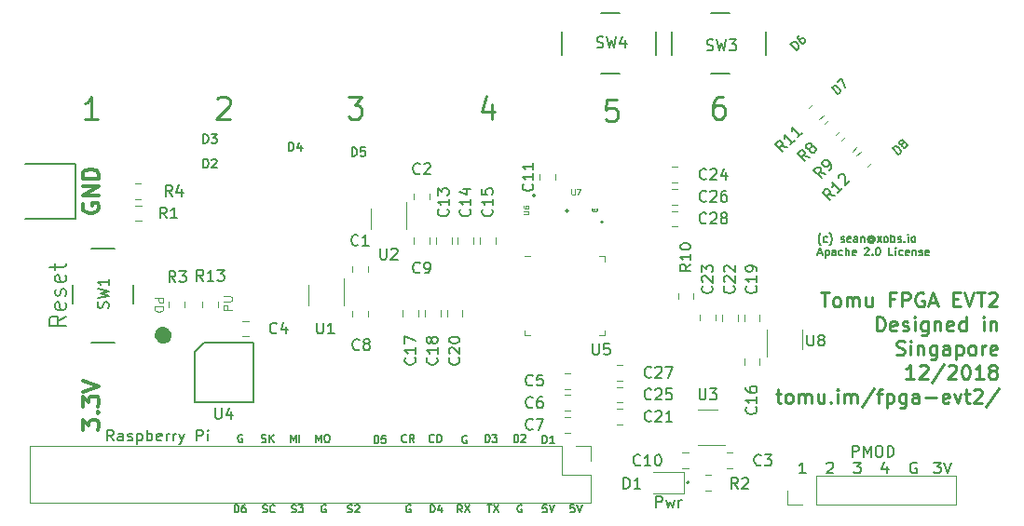
<source format=gto>
G04 #@! TF.GenerationSoftware,KiCad,Pcbnew,(5.0.0)*
G04 #@! TF.CreationDate,2018-11-23T16:23:24+08:00*
G04 #@! TF.ProjectId,tomu-fpga,746F6D752D667067612E6B696361645F,rev?*
G04 #@! TF.SameCoordinates,Original*
G04 #@! TF.FileFunction,Legend,Top*
G04 #@! TF.FilePolarity,Positive*
%FSLAX46Y46*%
G04 Gerber Fmt 4.6, Leading zero omitted, Abs format (unit mm)*
G04 Created by KiCad (PCBNEW (5.0.0)) date 11/23/18 16:23:24*
%MOMM*%
%LPD*%
G01*
G04 APERTURE LIST*
%ADD10C,0.175000*%
%ADD11C,0.300000*%
%ADD12C,0.200000*%
%ADD13C,0.100000*%
%ADD14C,0.150000*%
%ADD15C,0.250000*%
%ADD16C,0.120000*%
%ADD17C,1.000000*%
%ADD18C,0.050000*%
G04 APERTURE END LIST*
D10*
X44683333Y-72650000D02*
X44616666Y-72616666D01*
X44516666Y-72616666D01*
X44416666Y-72650000D01*
X44350000Y-72716666D01*
X44316666Y-72783333D01*
X44283333Y-72916666D01*
X44283333Y-73016666D01*
X44316666Y-73150000D01*
X44350000Y-73216666D01*
X44416666Y-73283333D01*
X44516666Y-73316666D01*
X44583333Y-73316666D01*
X44683333Y-73283333D01*
X44716666Y-73250000D01*
X44716666Y-73016666D01*
X44583333Y-73016666D01*
X43983333Y-79716666D02*
X43983333Y-79016666D01*
X44150000Y-79016666D01*
X44250000Y-79050000D01*
X44316666Y-79116666D01*
X44350000Y-79183333D01*
X44383333Y-79316666D01*
X44383333Y-79416666D01*
X44350000Y-79550000D01*
X44316666Y-79616666D01*
X44250000Y-79683333D01*
X44150000Y-79716666D01*
X43983333Y-79716666D01*
X44983333Y-79016666D02*
X44850000Y-79016666D01*
X44783333Y-79050000D01*
X44750000Y-79083333D01*
X44683333Y-79183333D01*
X44650000Y-79316666D01*
X44650000Y-79583333D01*
X44683333Y-79650000D01*
X44716666Y-79683333D01*
X44783333Y-79716666D01*
X44916666Y-79716666D01*
X44983333Y-79683333D01*
X45016666Y-79650000D01*
X45050000Y-79583333D01*
X45050000Y-79416666D01*
X45016666Y-79350000D01*
X44983333Y-79316666D01*
X44916666Y-79283333D01*
X44783333Y-79283333D01*
X44716666Y-79316666D01*
X44683333Y-79350000D01*
X44650000Y-79416666D01*
X56683333Y-73416666D02*
X56683333Y-72716666D01*
X56850000Y-72716666D01*
X56950000Y-72750000D01*
X57016666Y-72816666D01*
X57050000Y-72883333D01*
X57083333Y-73016666D01*
X57083333Y-73116666D01*
X57050000Y-73250000D01*
X57016666Y-73316666D01*
X56950000Y-73383333D01*
X56850000Y-73416666D01*
X56683333Y-73416666D01*
X57716666Y-72716666D02*
X57383333Y-72716666D01*
X57350000Y-73050000D01*
X57383333Y-73016666D01*
X57450000Y-72983333D01*
X57616666Y-72983333D01*
X57683333Y-73016666D01*
X57716666Y-73050000D01*
X57750000Y-73116666D01*
X57750000Y-73283333D01*
X57716666Y-73350000D01*
X57683333Y-73383333D01*
X57616666Y-73416666D01*
X57450000Y-73416666D01*
X57383333Y-73383333D01*
X57350000Y-73350000D01*
X61783333Y-79716666D02*
X61783333Y-79016666D01*
X61950000Y-79016666D01*
X62050000Y-79050000D01*
X62116666Y-79116666D01*
X62150000Y-79183333D01*
X62183333Y-79316666D01*
X62183333Y-79416666D01*
X62150000Y-79550000D01*
X62116666Y-79616666D01*
X62050000Y-79683333D01*
X61950000Y-79716666D01*
X61783333Y-79716666D01*
X62783333Y-79250000D02*
X62783333Y-79716666D01*
X62616666Y-78983333D02*
X62450000Y-79483333D01*
X62883333Y-79483333D01*
X65083333Y-72750000D02*
X65016666Y-72716666D01*
X64916666Y-72716666D01*
X64816666Y-72750000D01*
X64750000Y-72816666D01*
X64716666Y-72883333D01*
X64683333Y-73016666D01*
X64683333Y-73116666D01*
X64716666Y-73250000D01*
X64750000Y-73316666D01*
X64816666Y-73383333D01*
X64916666Y-73416666D01*
X64983333Y-73416666D01*
X65083333Y-73383333D01*
X65116666Y-73350000D01*
X65116666Y-73116666D01*
X64983333Y-73116666D01*
X52283333Y-79050000D02*
X52216666Y-79016666D01*
X52116666Y-79016666D01*
X52016666Y-79050000D01*
X51950000Y-79116666D01*
X51916666Y-79183333D01*
X51883333Y-79316666D01*
X51883333Y-79416666D01*
X51916666Y-79550000D01*
X51950000Y-79616666D01*
X52016666Y-79683333D01*
X52116666Y-79716666D01*
X52183333Y-79716666D01*
X52283333Y-79683333D01*
X52316666Y-79650000D01*
X52316666Y-79416666D01*
X52183333Y-79416666D01*
X74866666Y-79016666D02*
X74533333Y-79016666D01*
X74500000Y-79350000D01*
X74533333Y-79316666D01*
X74600000Y-79283333D01*
X74766666Y-79283333D01*
X74833333Y-79316666D01*
X74866666Y-79350000D01*
X74900000Y-79416666D01*
X74900000Y-79583333D01*
X74866666Y-79650000D01*
X74833333Y-79683333D01*
X74766666Y-79716666D01*
X74600000Y-79716666D01*
X74533333Y-79683333D01*
X74500000Y-79650000D01*
X75100000Y-79016666D02*
X75333333Y-79716666D01*
X75566666Y-79016666D01*
X72366666Y-79016666D02*
X72033333Y-79016666D01*
X72000000Y-79350000D01*
X72033333Y-79316666D01*
X72100000Y-79283333D01*
X72266666Y-79283333D01*
X72333333Y-79316666D01*
X72366666Y-79350000D01*
X72400000Y-79416666D01*
X72400000Y-79583333D01*
X72366666Y-79650000D01*
X72333333Y-79683333D01*
X72266666Y-79716666D01*
X72100000Y-79716666D01*
X72033333Y-79683333D01*
X72000000Y-79650000D01*
X72600000Y-79016666D02*
X72833333Y-79716666D01*
X73066666Y-79016666D01*
X70083333Y-79050000D02*
X70016666Y-79016666D01*
X69916666Y-79016666D01*
X69816666Y-79050000D01*
X69750000Y-79116666D01*
X69716666Y-79183333D01*
X69683333Y-79316666D01*
X69683333Y-79416666D01*
X69716666Y-79550000D01*
X69750000Y-79616666D01*
X69816666Y-79683333D01*
X69916666Y-79716666D01*
X69983333Y-79716666D01*
X70083333Y-79683333D01*
X70116666Y-79650000D01*
X70116666Y-79416666D01*
X69983333Y-79416666D01*
X59983333Y-79050000D02*
X59916666Y-79016666D01*
X59816666Y-79016666D01*
X59716666Y-79050000D01*
X59650000Y-79116666D01*
X59616666Y-79183333D01*
X59583333Y-79316666D01*
X59583333Y-79416666D01*
X59616666Y-79550000D01*
X59650000Y-79616666D01*
X59716666Y-79683333D01*
X59816666Y-79716666D01*
X59883333Y-79716666D01*
X59983333Y-79683333D01*
X60016666Y-79650000D01*
X60016666Y-79416666D01*
X59883333Y-79416666D01*
X54266666Y-79683333D02*
X54366666Y-79716666D01*
X54533333Y-79716666D01*
X54600000Y-79683333D01*
X54633333Y-79650000D01*
X54666666Y-79583333D01*
X54666666Y-79516666D01*
X54633333Y-79450000D01*
X54600000Y-79416666D01*
X54533333Y-79383333D01*
X54400000Y-79350000D01*
X54333333Y-79316666D01*
X54300000Y-79283333D01*
X54266666Y-79216666D01*
X54266666Y-79150000D01*
X54300000Y-79083333D01*
X54333333Y-79050000D01*
X54400000Y-79016666D01*
X54566666Y-79016666D01*
X54666666Y-79050000D01*
X54933333Y-79083333D02*
X54966666Y-79050000D01*
X55033333Y-79016666D01*
X55200000Y-79016666D01*
X55266666Y-79050000D01*
X55300000Y-79083333D01*
X55333333Y-79150000D01*
X55333333Y-79216666D01*
X55300000Y-79316666D01*
X54900000Y-79716666D01*
X55333333Y-79716666D01*
X49166666Y-79683333D02*
X49266666Y-79716666D01*
X49433333Y-79716666D01*
X49500000Y-79683333D01*
X49533333Y-79650000D01*
X49566666Y-79583333D01*
X49566666Y-79516666D01*
X49533333Y-79450000D01*
X49500000Y-79416666D01*
X49433333Y-79383333D01*
X49300000Y-79350000D01*
X49233333Y-79316666D01*
X49200000Y-79283333D01*
X49166666Y-79216666D01*
X49166666Y-79150000D01*
X49200000Y-79083333D01*
X49233333Y-79050000D01*
X49300000Y-79016666D01*
X49466666Y-79016666D01*
X49566666Y-79050000D01*
X49800000Y-79016666D02*
X50233333Y-79016666D01*
X50000000Y-79283333D01*
X50100000Y-79283333D01*
X50166666Y-79316666D01*
X50200000Y-79350000D01*
X50233333Y-79416666D01*
X50233333Y-79583333D01*
X50200000Y-79650000D01*
X50166666Y-79683333D01*
X50100000Y-79716666D01*
X49900000Y-79716666D01*
X49833333Y-79683333D01*
X49800000Y-79650000D01*
X46550000Y-79683333D02*
X46650000Y-79716666D01*
X46816666Y-79716666D01*
X46883333Y-79683333D01*
X46916666Y-79650000D01*
X46950000Y-79583333D01*
X46950000Y-79516666D01*
X46916666Y-79450000D01*
X46883333Y-79416666D01*
X46816666Y-79383333D01*
X46683333Y-79350000D01*
X46616666Y-79316666D01*
X46583333Y-79283333D01*
X46550000Y-79216666D01*
X46550000Y-79150000D01*
X46583333Y-79083333D01*
X46616666Y-79050000D01*
X46683333Y-79016666D01*
X46850000Y-79016666D01*
X46950000Y-79050000D01*
X47650000Y-79650000D02*
X47616666Y-79683333D01*
X47516666Y-79716666D01*
X47450000Y-79716666D01*
X47350000Y-79683333D01*
X47283333Y-79616666D01*
X47250000Y-79550000D01*
X47216666Y-79416666D01*
X47216666Y-79316666D01*
X47250000Y-79183333D01*
X47283333Y-79116666D01*
X47350000Y-79050000D01*
X47450000Y-79016666D01*
X47516666Y-79016666D01*
X47616666Y-79050000D01*
X47650000Y-79083333D01*
X66966666Y-79016666D02*
X67366666Y-79016666D01*
X67166666Y-79716666D02*
X67166666Y-79016666D01*
X67533333Y-79016666D02*
X68000000Y-79716666D01*
X68000000Y-79016666D02*
X67533333Y-79716666D01*
X64683333Y-79716666D02*
X64450000Y-79383333D01*
X64283333Y-79716666D02*
X64283333Y-79016666D01*
X64550000Y-79016666D01*
X64616666Y-79050000D01*
X64650000Y-79083333D01*
X64683333Y-79150000D01*
X64683333Y-79250000D01*
X64650000Y-79316666D01*
X64616666Y-79350000D01*
X64550000Y-79383333D01*
X64283333Y-79383333D01*
X64916666Y-79016666D02*
X65383333Y-79716666D01*
X65383333Y-79016666D02*
X64916666Y-79716666D01*
X71983333Y-73416666D02*
X71983333Y-72716666D01*
X72150000Y-72716666D01*
X72250000Y-72750000D01*
X72316666Y-72816666D01*
X72350000Y-72883333D01*
X72383333Y-73016666D01*
X72383333Y-73116666D01*
X72350000Y-73250000D01*
X72316666Y-73316666D01*
X72250000Y-73383333D01*
X72150000Y-73416666D01*
X71983333Y-73416666D01*
X73050000Y-73416666D02*
X72650000Y-73416666D01*
X72850000Y-73416666D02*
X72850000Y-72716666D01*
X72783333Y-72816666D01*
X72716666Y-72883333D01*
X72650000Y-72916666D01*
X69383333Y-73316666D02*
X69383333Y-72616666D01*
X69550000Y-72616666D01*
X69650000Y-72650000D01*
X69716666Y-72716666D01*
X69750000Y-72783333D01*
X69783333Y-72916666D01*
X69783333Y-73016666D01*
X69750000Y-73150000D01*
X69716666Y-73216666D01*
X69650000Y-73283333D01*
X69550000Y-73316666D01*
X69383333Y-73316666D01*
X70050000Y-72683333D02*
X70083333Y-72650000D01*
X70150000Y-72616666D01*
X70316666Y-72616666D01*
X70383333Y-72650000D01*
X70416666Y-72683333D01*
X70450000Y-72750000D01*
X70450000Y-72816666D01*
X70416666Y-72916666D01*
X70016666Y-73316666D01*
X70450000Y-73316666D01*
X66783333Y-73316666D02*
X66783333Y-72616666D01*
X66950000Y-72616666D01*
X67050000Y-72650000D01*
X67116666Y-72716666D01*
X67150000Y-72783333D01*
X67183333Y-72916666D01*
X67183333Y-73016666D01*
X67150000Y-73150000D01*
X67116666Y-73216666D01*
X67050000Y-73283333D01*
X66950000Y-73316666D01*
X66783333Y-73316666D01*
X67416666Y-72616666D02*
X67850000Y-72616666D01*
X67616666Y-72883333D01*
X67716666Y-72883333D01*
X67783333Y-72916666D01*
X67816666Y-72950000D01*
X67850000Y-73016666D01*
X67850000Y-73183333D01*
X67816666Y-73250000D01*
X67783333Y-73283333D01*
X67716666Y-73316666D01*
X67516666Y-73316666D01*
X67450000Y-73283333D01*
X67416666Y-73250000D01*
X62116666Y-73250000D02*
X62083333Y-73283333D01*
X61983333Y-73316666D01*
X61916666Y-73316666D01*
X61816666Y-73283333D01*
X61750000Y-73216666D01*
X61716666Y-73150000D01*
X61683333Y-73016666D01*
X61683333Y-72916666D01*
X61716666Y-72783333D01*
X61750000Y-72716666D01*
X61816666Y-72650000D01*
X61916666Y-72616666D01*
X61983333Y-72616666D01*
X62083333Y-72650000D01*
X62116666Y-72683333D01*
X62416666Y-73316666D02*
X62416666Y-72616666D01*
X62583333Y-72616666D01*
X62683333Y-72650000D01*
X62750000Y-72716666D01*
X62783333Y-72783333D01*
X62816666Y-72916666D01*
X62816666Y-73016666D01*
X62783333Y-73150000D01*
X62750000Y-73216666D01*
X62683333Y-73283333D01*
X62583333Y-73316666D01*
X62416666Y-73316666D01*
X59616666Y-73250000D02*
X59583333Y-73283333D01*
X59483333Y-73316666D01*
X59416666Y-73316666D01*
X59316666Y-73283333D01*
X59250000Y-73216666D01*
X59216666Y-73150000D01*
X59183333Y-73016666D01*
X59183333Y-72916666D01*
X59216666Y-72783333D01*
X59250000Y-72716666D01*
X59316666Y-72650000D01*
X59416666Y-72616666D01*
X59483333Y-72616666D01*
X59583333Y-72650000D01*
X59616666Y-72683333D01*
X60316666Y-73316666D02*
X60083333Y-72983333D01*
X59916666Y-73316666D02*
X59916666Y-72616666D01*
X60183333Y-72616666D01*
X60250000Y-72650000D01*
X60283333Y-72683333D01*
X60316666Y-72750000D01*
X60316666Y-72850000D01*
X60283333Y-72916666D01*
X60250000Y-72950000D01*
X60183333Y-72983333D01*
X59916666Y-72983333D01*
X51400000Y-73316666D02*
X51400000Y-72616666D01*
X51633333Y-73116666D01*
X51866666Y-72616666D01*
X51866666Y-73316666D01*
X52333333Y-72616666D02*
X52466666Y-72616666D01*
X52533333Y-72650000D01*
X52600000Y-72716666D01*
X52633333Y-72850000D01*
X52633333Y-73083333D01*
X52600000Y-73216666D01*
X52533333Y-73283333D01*
X52466666Y-73316666D01*
X52333333Y-73316666D01*
X52266666Y-73283333D01*
X52200000Y-73216666D01*
X52166666Y-73083333D01*
X52166666Y-72850000D01*
X52200000Y-72716666D01*
X52266666Y-72650000D01*
X52333333Y-72616666D01*
X49100000Y-73316666D02*
X49100000Y-72616666D01*
X49333333Y-73116666D01*
X49566666Y-72616666D01*
X49566666Y-73316666D01*
X49900000Y-73316666D02*
X49900000Y-72616666D01*
X46450000Y-73283333D02*
X46550000Y-73316666D01*
X46716666Y-73316666D01*
X46783333Y-73283333D01*
X46816666Y-73250000D01*
X46850000Y-73183333D01*
X46850000Y-73116666D01*
X46816666Y-73050000D01*
X46783333Y-73016666D01*
X46716666Y-72983333D01*
X46583333Y-72950000D01*
X46516666Y-72916666D01*
X46483333Y-72883333D01*
X46450000Y-72816666D01*
X46450000Y-72750000D01*
X46483333Y-72683333D01*
X46516666Y-72650000D01*
X46583333Y-72616666D01*
X46750000Y-72616666D01*
X46850000Y-72650000D01*
X47150000Y-73316666D02*
X47150000Y-72616666D01*
X47550000Y-73316666D02*
X47250000Y-72916666D01*
X47550000Y-72616666D02*
X47150000Y-73016666D01*
D11*
X30250000Y-51642857D02*
X30178571Y-51785714D01*
X30178571Y-52000000D01*
X30250000Y-52214285D01*
X30392857Y-52357142D01*
X30535714Y-52428571D01*
X30821428Y-52500000D01*
X31035714Y-52500000D01*
X31321428Y-52428571D01*
X31464285Y-52357142D01*
X31607142Y-52214285D01*
X31678571Y-52000000D01*
X31678571Y-51857142D01*
X31607142Y-51642857D01*
X31535714Y-51571428D01*
X31035714Y-51571428D01*
X31035714Y-51857142D01*
X31678571Y-50928571D02*
X30178571Y-50928571D01*
X31678571Y-50071428D01*
X30178571Y-50071428D01*
X31678571Y-49357142D02*
X30178571Y-49357142D01*
X30178571Y-49000000D01*
X30250000Y-48785714D01*
X30392857Y-48642857D01*
X30535714Y-48571428D01*
X30821428Y-48500000D01*
X31035714Y-48500000D01*
X31321428Y-48571428D01*
X31464285Y-48642857D01*
X31607142Y-48785714D01*
X31678571Y-49000000D01*
X31678571Y-49357142D01*
D12*
X29500000Y-53000000D02*
X25000000Y-53000000D01*
X29500000Y-48000000D02*
X29500000Y-53000000D01*
X25000000Y-48000000D02*
X29500000Y-48000000D01*
D11*
X30178571Y-72214285D02*
X30178571Y-71285714D01*
X30750000Y-71785714D01*
X30750000Y-71571428D01*
X30821428Y-71428571D01*
X30892857Y-71357142D01*
X31035714Y-71285714D01*
X31392857Y-71285714D01*
X31535714Y-71357142D01*
X31607142Y-71428571D01*
X31678571Y-71571428D01*
X31678571Y-72000000D01*
X31607142Y-72142857D01*
X31535714Y-72214285D01*
X31535714Y-70642857D02*
X31607142Y-70571428D01*
X31678571Y-70642857D01*
X31607142Y-70714285D01*
X31535714Y-70642857D01*
X31678571Y-70642857D01*
X30178571Y-70071428D02*
X30178571Y-69142857D01*
X30750000Y-69642857D01*
X30750000Y-69428571D01*
X30821428Y-69285714D01*
X30892857Y-69214285D01*
X31035714Y-69142857D01*
X31392857Y-69142857D01*
X31535714Y-69214285D01*
X31607142Y-69285714D01*
X31678571Y-69428571D01*
X31678571Y-69857142D01*
X31607142Y-70000000D01*
X31535714Y-70071428D01*
X30178571Y-68714285D02*
X31678571Y-68214285D01*
X30178571Y-67714285D01*
D12*
X95885714Y-76152380D02*
X95314285Y-76152380D01*
X95600000Y-76152380D02*
X95600000Y-75152380D01*
X95504761Y-75295238D01*
X95409523Y-75390476D01*
X95314285Y-75438095D01*
X97814285Y-75247619D02*
X97861904Y-75200000D01*
X97957142Y-75152380D01*
X98195238Y-75152380D01*
X98290476Y-75200000D01*
X98338095Y-75247619D01*
X98385714Y-75342857D01*
X98385714Y-75438095D01*
X98338095Y-75580952D01*
X97766666Y-76152380D01*
X98385714Y-76152380D01*
X100266666Y-75152380D02*
X100885714Y-75152380D01*
X100552380Y-75533333D01*
X100695238Y-75533333D01*
X100790476Y-75580952D01*
X100838095Y-75628571D01*
X100885714Y-75723809D01*
X100885714Y-75961904D01*
X100838095Y-76057142D01*
X100790476Y-76104761D01*
X100695238Y-76152380D01*
X100409523Y-76152380D01*
X100314285Y-76104761D01*
X100266666Y-76057142D01*
X103290476Y-75485714D02*
X103290476Y-76152380D01*
X103052380Y-75104761D02*
X102814285Y-75819047D01*
X103433333Y-75819047D01*
X105961904Y-75200000D02*
X105866666Y-75152380D01*
X105723809Y-75152380D01*
X105580952Y-75200000D01*
X105485714Y-75295238D01*
X105438095Y-75390476D01*
X105390476Y-75580952D01*
X105390476Y-75723809D01*
X105438095Y-75914285D01*
X105485714Y-76009523D01*
X105580952Y-76104761D01*
X105723809Y-76152380D01*
X105819047Y-76152380D01*
X105961904Y-76104761D01*
X106009523Y-76057142D01*
X106009523Y-75723809D01*
X105819047Y-75723809D01*
X107538095Y-75152380D02*
X108157142Y-75152380D01*
X107823809Y-75533333D01*
X107966666Y-75533333D01*
X108061904Y-75580952D01*
X108109523Y-75628571D01*
X108157142Y-75723809D01*
X108157142Y-75961904D01*
X108109523Y-76057142D01*
X108061904Y-76104761D01*
X107966666Y-76152380D01*
X107680952Y-76152380D01*
X107585714Y-76104761D01*
X107538095Y-76057142D01*
X108442857Y-75152380D02*
X108776190Y-76152380D01*
X109109523Y-75152380D01*
D13*
X36738095Y-60190476D02*
X37538095Y-60190476D01*
X37538095Y-60495238D01*
X37500000Y-60571428D01*
X37461904Y-60609523D01*
X37385714Y-60647619D01*
X37271428Y-60647619D01*
X37195238Y-60609523D01*
X37157142Y-60571428D01*
X37119047Y-60495238D01*
X37119047Y-60190476D01*
X36738095Y-60990476D02*
X37538095Y-60990476D01*
X37538095Y-61180952D01*
X37500000Y-61295238D01*
X37423809Y-61371428D01*
X37347619Y-61409523D01*
X37195238Y-61447619D01*
X37080952Y-61447619D01*
X36928571Y-61409523D01*
X36852380Y-61371428D01*
X36776190Y-61295238D01*
X36738095Y-61180952D01*
X36738095Y-60990476D01*
D14*
X97264166Y-55383333D02*
X97230833Y-55350000D01*
X97164166Y-55250000D01*
X97130833Y-55183333D01*
X97097500Y-55083333D01*
X97064166Y-54916666D01*
X97064166Y-54783333D01*
X97097500Y-54616666D01*
X97130833Y-54516666D01*
X97164166Y-54450000D01*
X97230833Y-54350000D01*
X97264166Y-54316666D01*
X97830833Y-55083333D02*
X97764166Y-55116666D01*
X97630833Y-55116666D01*
X97564166Y-55083333D01*
X97530833Y-55050000D01*
X97497500Y-54983333D01*
X97497500Y-54783333D01*
X97530833Y-54716666D01*
X97564166Y-54683333D01*
X97630833Y-54650000D01*
X97764166Y-54650000D01*
X97830833Y-54683333D01*
X98064166Y-55383333D02*
X98097500Y-55350000D01*
X98164166Y-55250000D01*
X98197500Y-55183333D01*
X98230833Y-55083333D01*
X98264166Y-54916666D01*
X98264166Y-54783333D01*
X98230833Y-54616666D01*
X98197500Y-54516666D01*
X98164166Y-54450000D01*
X98097500Y-54350000D01*
X98064166Y-54316666D01*
X99097500Y-55083333D02*
X99164166Y-55116666D01*
X99297500Y-55116666D01*
X99364166Y-55083333D01*
X99397500Y-55016666D01*
X99397500Y-54983333D01*
X99364166Y-54916666D01*
X99297500Y-54883333D01*
X99197500Y-54883333D01*
X99130833Y-54850000D01*
X99097500Y-54783333D01*
X99097500Y-54750000D01*
X99130833Y-54683333D01*
X99197500Y-54650000D01*
X99297500Y-54650000D01*
X99364166Y-54683333D01*
X99964166Y-55083333D02*
X99897500Y-55116666D01*
X99764166Y-55116666D01*
X99697500Y-55083333D01*
X99664166Y-55016666D01*
X99664166Y-54750000D01*
X99697500Y-54683333D01*
X99764166Y-54650000D01*
X99897500Y-54650000D01*
X99964166Y-54683333D01*
X99997500Y-54750000D01*
X99997500Y-54816666D01*
X99664166Y-54883333D01*
X100597500Y-55116666D02*
X100597500Y-54750000D01*
X100564166Y-54683333D01*
X100497500Y-54650000D01*
X100364166Y-54650000D01*
X100297500Y-54683333D01*
X100597500Y-55083333D02*
X100530833Y-55116666D01*
X100364166Y-55116666D01*
X100297500Y-55083333D01*
X100264166Y-55016666D01*
X100264166Y-54950000D01*
X100297500Y-54883333D01*
X100364166Y-54850000D01*
X100530833Y-54850000D01*
X100597500Y-54816666D01*
X100930833Y-54650000D02*
X100930833Y-55116666D01*
X100930833Y-54716666D02*
X100964166Y-54683333D01*
X101030833Y-54650000D01*
X101130833Y-54650000D01*
X101197500Y-54683333D01*
X101230833Y-54750000D01*
X101230833Y-55116666D01*
X101997500Y-54783333D02*
X101964166Y-54750000D01*
X101897500Y-54716666D01*
X101830833Y-54716666D01*
X101764166Y-54750000D01*
X101730833Y-54783333D01*
X101697500Y-54850000D01*
X101697500Y-54916666D01*
X101730833Y-54983333D01*
X101764166Y-55016666D01*
X101830833Y-55050000D01*
X101897500Y-55050000D01*
X101964166Y-55016666D01*
X101997500Y-54983333D01*
X101997500Y-54716666D02*
X101997500Y-54983333D01*
X102030833Y-55016666D01*
X102064166Y-55016666D01*
X102130833Y-54983333D01*
X102164166Y-54916666D01*
X102164166Y-54750000D01*
X102097500Y-54650000D01*
X101997500Y-54583333D01*
X101864166Y-54550000D01*
X101730833Y-54583333D01*
X101630833Y-54650000D01*
X101564166Y-54750000D01*
X101530833Y-54883333D01*
X101564166Y-55016666D01*
X101630833Y-55116666D01*
X101730833Y-55183333D01*
X101864166Y-55216666D01*
X101997500Y-55183333D01*
X102097500Y-55116666D01*
X102397500Y-55116666D02*
X102764166Y-54650000D01*
X102397500Y-54650000D02*
X102764166Y-55116666D01*
X103130833Y-55116666D02*
X103064166Y-55083333D01*
X103030833Y-55050000D01*
X102997500Y-54983333D01*
X102997500Y-54783333D01*
X103030833Y-54716666D01*
X103064166Y-54683333D01*
X103130833Y-54650000D01*
X103230833Y-54650000D01*
X103297500Y-54683333D01*
X103330833Y-54716666D01*
X103364166Y-54783333D01*
X103364166Y-54983333D01*
X103330833Y-55050000D01*
X103297500Y-55083333D01*
X103230833Y-55116666D01*
X103130833Y-55116666D01*
X103664166Y-55116666D02*
X103664166Y-54416666D01*
X103664166Y-54683333D02*
X103730833Y-54650000D01*
X103864166Y-54650000D01*
X103930833Y-54683333D01*
X103964166Y-54716666D01*
X103997500Y-54783333D01*
X103997500Y-54983333D01*
X103964166Y-55050000D01*
X103930833Y-55083333D01*
X103864166Y-55116666D01*
X103730833Y-55116666D01*
X103664166Y-55083333D01*
X104264166Y-55083333D02*
X104330833Y-55116666D01*
X104464166Y-55116666D01*
X104530833Y-55083333D01*
X104564166Y-55016666D01*
X104564166Y-54983333D01*
X104530833Y-54916666D01*
X104464166Y-54883333D01*
X104364166Y-54883333D01*
X104297500Y-54850000D01*
X104264166Y-54783333D01*
X104264166Y-54750000D01*
X104297500Y-54683333D01*
X104364166Y-54650000D01*
X104464166Y-54650000D01*
X104530833Y-54683333D01*
X104864166Y-55050000D02*
X104897500Y-55083333D01*
X104864166Y-55116666D01*
X104830833Y-55083333D01*
X104864166Y-55050000D01*
X104864166Y-55116666D01*
X105197500Y-55116666D02*
X105197500Y-54650000D01*
X105197500Y-54416666D02*
X105164166Y-54450000D01*
X105197500Y-54483333D01*
X105230833Y-54450000D01*
X105197500Y-54416666D01*
X105197500Y-54483333D01*
X105630833Y-55116666D02*
X105564166Y-55083333D01*
X105530833Y-55050000D01*
X105497500Y-54983333D01*
X105497500Y-54783333D01*
X105530833Y-54716666D01*
X105564166Y-54683333D01*
X105630833Y-54650000D01*
X105730833Y-54650000D01*
X105797500Y-54683333D01*
X105830833Y-54716666D01*
X105864166Y-54783333D01*
X105864166Y-54983333D01*
X105830833Y-55050000D01*
X105797500Y-55083333D01*
X105730833Y-55116666D01*
X105630833Y-55116666D01*
X97030833Y-56116666D02*
X97364166Y-56116666D01*
X96964166Y-56316666D02*
X97197500Y-55616666D01*
X97430833Y-56316666D01*
X97664166Y-55850000D02*
X97664166Y-56550000D01*
X97664166Y-55883333D02*
X97730833Y-55850000D01*
X97864166Y-55850000D01*
X97930833Y-55883333D01*
X97964166Y-55916666D01*
X97997500Y-55983333D01*
X97997500Y-56183333D01*
X97964166Y-56250000D01*
X97930833Y-56283333D01*
X97864166Y-56316666D01*
X97730833Y-56316666D01*
X97664166Y-56283333D01*
X98597500Y-56316666D02*
X98597500Y-55950000D01*
X98564166Y-55883333D01*
X98497500Y-55850000D01*
X98364166Y-55850000D01*
X98297500Y-55883333D01*
X98597500Y-56283333D02*
X98530833Y-56316666D01*
X98364166Y-56316666D01*
X98297500Y-56283333D01*
X98264166Y-56216666D01*
X98264166Y-56150000D01*
X98297500Y-56083333D01*
X98364166Y-56050000D01*
X98530833Y-56050000D01*
X98597500Y-56016666D01*
X99230833Y-56283333D02*
X99164166Y-56316666D01*
X99030833Y-56316666D01*
X98964166Y-56283333D01*
X98930833Y-56250000D01*
X98897500Y-56183333D01*
X98897500Y-55983333D01*
X98930833Y-55916666D01*
X98964166Y-55883333D01*
X99030833Y-55850000D01*
X99164166Y-55850000D01*
X99230833Y-55883333D01*
X99530833Y-56316666D02*
X99530833Y-55616666D01*
X99830833Y-56316666D02*
X99830833Y-55950000D01*
X99797500Y-55883333D01*
X99730833Y-55850000D01*
X99630833Y-55850000D01*
X99564166Y-55883333D01*
X99530833Y-55916666D01*
X100430833Y-56283333D02*
X100364166Y-56316666D01*
X100230833Y-56316666D01*
X100164166Y-56283333D01*
X100130833Y-56216666D01*
X100130833Y-55950000D01*
X100164166Y-55883333D01*
X100230833Y-55850000D01*
X100364166Y-55850000D01*
X100430833Y-55883333D01*
X100464166Y-55950000D01*
X100464166Y-56016666D01*
X100130833Y-56083333D01*
X101264166Y-55683333D02*
X101297500Y-55650000D01*
X101364166Y-55616666D01*
X101530833Y-55616666D01*
X101597500Y-55650000D01*
X101630833Y-55683333D01*
X101664166Y-55750000D01*
X101664166Y-55816666D01*
X101630833Y-55916666D01*
X101230833Y-56316666D01*
X101664166Y-56316666D01*
X101964166Y-56250000D02*
X101997500Y-56283333D01*
X101964166Y-56316666D01*
X101930833Y-56283333D01*
X101964166Y-56250000D01*
X101964166Y-56316666D01*
X102430833Y-55616666D02*
X102497500Y-55616666D01*
X102564166Y-55650000D01*
X102597500Y-55683333D01*
X102630833Y-55750000D01*
X102664166Y-55883333D01*
X102664166Y-56050000D01*
X102630833Y-56183333D01*
X102597500Y-56250000D01*
X102564166Y-56283333D01*
X102497500Y-56316666D01*
X102430833Y-56316666D01*
X102364166Y-56283333D01*
X102330833Y-56250000D01*
X102297500Y-56183333D01*
X102264166Y-56050000D01*
X102264166Y-55883333D01*
X102297500Y-55750000D01*
X102330833Y-55683333D01*
X102364166Y-55650000D01*
X102430833Y-55616666D01*
X103830833Y-56316666D02*
X103497500Y-56316666D01*
X103497500Y-55616666D01*
X104064166Y-56316666D02*
X104064166Y-55850000D01*
X104064166Y-55616666D02*
X104030833Y-55650000D01*
X104064166Y-55683333D01*
X104097500Y-55650000D01*
X104064166Y-55616666D01*
X104064166Y-55683333D01*
X104697500Y-56283333D02*
X104630833Y-56316666D01*
X104497500Y-56316666D01*
X104430833Y-56283333D01*
X104397500Y-56250000D01*
X104364166Y-56183333D01*
X104364166Y-55983333D01*
X104397500Y-55916666D01*
X104430833Y-55883333D01*
X104497500Y-55850000D01*
X104630833Y-55850000D01*
X104697500Y-55883333D01*
X105264166Y-56283333D02*
X105197500Y-56316666D01*
X105064166Y-56316666D01*
X104997500Y-56283333D01*
X104964166Y-56216666D01*
X104964166Y-55950000D01*
X104997500Y-55883333D01*
X105064166Y-55850000D01*
X105197500Y-55850000D01*
X105264166Y-55883333D01*
X105297500Y-55950000D01*
X105297500Y-56016666D01*
X104964166Y-56083333D01*
X105597500Y-55850000D02*
X105597500Y-56316666D01*
X105597500Y-55916666D02*
X105630833Y-55883333D01*
X105697500Y-55850000D01*
X105797500Y-55850000D01*
X105864166Y-55883333D01*
X105897500Y-55950000D01*
X105897500Y-56316666D01*
X106197500Y-56283333D02*
X106264166Y-56316666D01*
X106397500Y-56316666D01*
X106464166Y-56283333D01*
X106497500Y-56216666D01*
X106497500Y-56183333D01*
X106464166Y-56116666D01*
X106397500Y-56083333D01*
X106297500Y-56083333D01*
X106230833Y-56050000D01*
X106197500Y-55983333D01*
X106197500Y-55950000D01*
X106230833Y-55883333D01*
X106297500Y-55850000D01*
X106397500Y-55850000D01*
X106464166Y-55883333D01*
X107064166Y-56283333D02*
X106997500Y-56316666D01*
X106864166Y-56316666D01*
X106797500Y-56283333D01*
X106764166Y-56216666D01*
X106764166Y-55950000D01*
X106797500Y-55883333D01*
X106864166Y-55850000D01*
X106997500Y-55850000D01*
X107064166Y-55883333D01*
X107097500Y-55950000D01*
X107097500Y-56016666D01*
X106764166Y-56083333D01*
D15*
X97256547Y-59688095D02*
X97999404Y-59688095D01*
X97627976Y-60988095D02*
X97627976Y-59688095D01*
X98618452Y-60988095D02*
X98494642Y-60926190D01*
X98432738Y-60864285D01*
X98370833Y-60740476D01*
X98370833Y-60369047D01*
X98432738Y-60245238D01*
X98494642Y-60183333D01*
X98618452Y-60121428D01*
X98804166Y-60121428D01*
X98927976Y-60183333D01*
X98989880Y-60245238D01*
X99051785Y-60369047D01*
X99051785Y-60740476D01*
X98989880Y-60864285D01*
X98927976Y-60926190D01*
X98804166Y-60988095D01*
X98618452Y-60988095D01*
X99608928Y-60988095D02*
X99608928Y-60121428D01*
X99608928Y-60245238D02*
X99670833Y-60183333D01*
X99794642Y-60121428D01*
X99980357Y-60121428D01*
X100104166Y-60183333D01*
X100166071Y-60307142D01*
X100166071Y-60988095D01*
X100166071Y-60307142D02*
X100227976Y-60183333D01*
X100351785Y-60121428D01*
X100537500Y-60121428D01*
X100661309Y-60183333D01*
X100723214Y-60307142D01*
X100723214Y-60988095D01*
X101899404Y-60121428D02*
X101899404Y-60988095D01*
X101342261Y-60121428D02*
X101342261Y-60802380D01*
X101404166Y-60926190D01*
X101527976Y-60988095D01*
X101713690Y-60988095D01*
X101837500Y-60926190D01*
X101899404Y-60864285D01*
X103942261Y-60307142D02*
X103508928Y-60307142D01*
X103508928Y-60988095D02*
X103508928Y-59688095D01*
X104127976Y-59688095D01*
X104623214Y-60988095D02*
X104623214Y-59688095D01*
X105118452Y-59688095D01*
X105242261Y-59750000D01*
X105304166Y-59811904D01*
X105366071Y-59935714D01*
X105366071Y-60121428D01*
X105304166Y-60245238D01*
X105242261Y-60307142D01*
X105118452Y-60369047D01*
X104623214Y-60369047D01*
X106604166Y-59750000D02*
X106480357Y-59688095D01*
X106294642Y-59688095D01*
X106108928Y-59750000D01*
X105985119Y-59873809D01*
X105923214Y-59997619D01*
X105861309Y-60245238D01*
X105861309Y-60430952D01*
X105923214Y-60678571D01*
X105985119Y-60802380D01*
X106108928Y-60926190D01*
X106294642Y-60988095D01*
X106418452Y-60988095D01*
X106604166Y-60926190D01*
X106666071Y-60864285D01*
X106666071Y-60430952D01*
X106418452Y-60430952D01*
X107161309Y-60616666D02*
X107780357Y-60616666D01*
X107037500Y-60988095D02*
X107470833Y-59688095D01*
X107904166Y-60988095D01*
X109327976Y-60307142D02*
X109761309Y-60307142D01*
X109947023Y-60988095D02*
X109327976Y-60988095D01*
X109327976Y-59688095D01*
X109947023Y-59688095D01*
X110318452Y-59688095D02*
X110751785Y-60988095D01*
X111185119Y-59688095D01*
X111432738Y-59688095D02*
X112175595Y-59688095D01*
X111804166Y-60988095D02*
X111804166Y-59688095D01*
X112547023Y-59811904D02*
X112608928Y-59750000D01*
X112732738Y-59688095D01*
X113042261Y-59688095D01*
X113166071Y-59750000D01*
X113227976Y-59811904D01*
X113289880Y-59935714D01*
X113289880Y-60059523D01*
X113227976Y-60245238D01*
X112485119Y-60988095D01*
X113289880Y-60988095D01*
X102332738Y-63188095D02*
X102332738Y-61888095D01*
X102642261Y-61888095D01*
X102827976Y-61950000D01*
X102951785Y-62073809D01*
X103013690Y-62197619D01*
X103075595Y-62445238D01*
X103075595Y-62630952D01*
X103013690Y-62878571D01*
X102951785Y-63002380D01*
X102827976Y-63126190D01*
X102642261Y-63188095D01*
X102332738Y-63188095D01*
X104127976Y-63126190D02*
X104004166Y-63188095D01*
X103756547Y-63188095D01*
X103632738Y-63126190D01*
X103570833Y-63002380D01*
X103570833Y-62507142D01*
X103632738Y-62383333D01*
X103756547Y-62321428D01*
X104004166Y-62321428D01*
X104127976Y-62383333D01*
X104189880Y-62507142D01*
X104189880Y-62630952D01*
X103570833Y-62754761D01*
X104685119Y-63126190D02*
X104808928Y-63188095D01*
X105056547Y-63188095D01*
X105180357Y-63126190D01*
X105242261Y-63002380D01*
X105242261Y-62940476D01*
X105180357Y-62816666D01*
X105056547Y-62754761D01*
X104870833Y-62754761D01*
X104747023Y-62692857D01*
X104685119Y-62569047D01*
X104685119Y-62507142D01*
X104747023Y-62383333D01*
X104870833Y-62321428D01*
X105056547Y-62321428D01*
X105180357Y-62383333D01*
X105799404Y-63188095D02*
X105799404Y-62321428D01*
X105799404Y-61888095D02*
X105737500Y-61950000D01*
X105799404Y-62011904D01*
X105861309Y-61950000D01*
X105799404Y-61888095D01*
X105799404Y-62011904D01*
X106975595Y-62321428D02*
X106975595Y-63373809D01*
X106913690Y-63497619D01*
X106851785Y-63559523D01*
X106727976Y-63621428D01*
X106542261Y-63621428D01*
X106418452Y-63559523D01*
X106975595Y-63126190D02*
X106851785Y-63188095D01*
X106604166Y-63188095D01*
X106480357Y-63126190D01*
X106418452Y-63064285D01*
X106356547Y-62940476D01*
X106356547Y-62569047D01*
X106418452Y-62445238D01*
X106480357Y-62383333D01*
X106604166Y-62321428D01*
X106851785Y-62321428D01*
X106975595Y-62383333D01*
X107594642Y-62321428D02*
X107594642Y-63188095D01*
X107594642Y-62445238D02*
X107656547Y-62383333D01*
X107780357Y-62321428D01*
X107966071Y-62321428D01*
X108089880Y-62383333D01*
X108151785Y-62507142D01*
X108151785Y-63188095D01*
X109266071Y-63126190D02*
X109142261Y-63188095D01*
X108894642Y-63188095D01*
X108770833Y-63126190D01*
X108708928Y-63002380D01*
X108708928Y-62507142D01*
X108770833Y-62383333D01*
X108894642Y-62321428D01*
X109142261Y-62321428D01*
X109266071Y-62383333D01*
X109327976Y-62507142D01*
X109327976Y-62630952D01*
X108708928Y-62754761D01*
X110442261Y-63188095D02*
X110442261Y-61888095D01*
X110442261Y-63126190D02*
X110318452Y-63188095D01*
X110070833Y-63188095D01*
X109947023Y-63126190D01*
X109885119Y-63064285D01*
X109823214Y-62940476D01*
X109823214Y-62569047D01*
X109885119Y-62445238D01*
X109947023Y-62383333D01*
X110070833Y-62321428D01*
X110318452Y-62321428D01*
X110442261Y-62383333D01*
X112051785Y-63188095D02*
X112051785Y-62321428D01*
X112051785Y-61888095D02*
X111989880Y-61950000D01*
X112051785Y-62011904D01*
X112113690Y-61950000D01*
X112051785Y-61888095D01*
X112051785Y-62011904D01*
X112670833Y-62321428D02*
X112670833Y-63188095D01*
X112670833Y-62445238D02*
X112732738Y-62383333D01*
X112856547Y-62321428D01*
X113042261Y-62321428D01*
X113166071Y-62383333D01*
X113227976Y-62507142D01*
X113227976Y-63188095D01*
X104127976Y-65326190D02*
X104313690Y-65388095D01*
X104623214Y-65388095D01*
X104747023Y-65326190D01*
X104808928Y-65264285D01*
X104870833Y-65140476D01*
X104870833Y-65016666D01*
X104808928Y-64892857D01*
X104747023Y-64830952D01*
X104623214Y-64769047D01*
X104375595Y-64707142D01*
X104251785Y-64645238D01*
X104189880Y-64583333D01*
X104127976Y-64459523D01*
X104127976Y-64335714D01*
X104189880Y-64211904D01*
X104251785Y-64150000D01*
X104375595Y-64088095D01*
X104685119Y-64088095D01*
X104870833Y-64150000D01*
X105427976Y-65388095D02*
X105427976Y-64521428D01*
X105427976Y-64088095D02*
X105366071Y-64150000D01*
X105427976Y-64211904D01*
X105489880Y-64150000D01*
X105427976Y-64088095D01*
X105427976Y-64211904D01*
X106047023Y-64521428D02*
X106047023Y-65388095D01*
X106047023Y-64645238D02*
X106108928Y-64583333D01*
X106232738Y-64521428D01*
X106418452Y-64521428D01*
X106542261Y-64583333D01*
X106604166Y-64707142D01*
X106604166Y-65388095D01*
X107780357Y-64521428D02*
X107780357Y-65573809D01*
X107718452Y-65697619D01*
X107656547Y-65759523D01*
X107532738Y-65821428D01*
X107347023Y-65821428D01*
X107223214Y-65759523D01*
X107780357Y-65326190D02*
X107656547Y-65388095D01*
X107408928Y-65388095D01*
X107285119Y-65326190D01*
X107223214Y-65264285D01*
X107161309Y-65140476D01*
X107161309Y-64769047D01*
X107223214Y-64645238D01*
X107285119Y-64583333D01*
X107408928Y-64521428D01*
X107656547Y-64521428D01*
X107780357Y-64583333D01*
X108956547Y-65388095D02*
X108956547Y-64707142D01*
X108894642Y-64583333D01*
X108770833Y-64521428D01*
X108523214Y-64521428D01*
X108399404Y-64583333D01*
X108956547Y-65326190D02*
X108832738Y-65388095D01*
X108523214Y-65388095D01*
X108399404Y-65326190D01*
X108337500Y-65202380D01*
X108337500Y-65078571D01*
X108399404Y-64954761D01*
X108523214Y-64892857D01*
X108832738Y-64892857D01*
X108956547Y-64830952D01*
X109575595Y-64521428D02*
X109575595Y-65821428D01*
X109575595Y-64583333D02*
X109699404Y-64521428D01*
X109947023Y-64521428D01*
X110070833Y-64583333D01*
X110132738Y-64645238D01*
X110194642Y-64769047D01*
X110194642Y-65140476D01*
X110132738Y-65264285D01*
X110070833Y-65326190D01*
X109947023Y-65388095D01*
X109699404Y-65388095D01*
X109575595Y-65326190D01*
X110937500Y-65388095D02*
X110813690Y-65326190D01*
X110751785Y-65264285D01*
X110689880Y-65140476D01*
X110689880Y-64769047D01*
X110751785Y-64645238D01*
X110813690Y-64583333D01*
X110937500Y-64521428D01*
X111123214Y-64521428D01*
X111247023Y-64583333D01*
X111308928Y-64645238D01*
X111370833Y-64769047D01*
X111370833Y-65140476D01*
X111308928Y-65264285D01*
X111247023Y-65326190D01*
X111123214Y-65388095D01*
X110937500Y-65388095D01*
X111927976Y-65388095D02*
X111927976Y-64521428D01*
X111927976Y-64769047D02*
X111989880Y-64645238D01*
X112051785Y-64583333D01*
X112175595Y-64521428D01*
X112299404Y-64521428D01*
X113227976Y-65326190D02*
X113104166Y-65388095D01*
X112856547Y-65388095D01*
X112732738Y-65326190D01*
X112670833Y-65202380D01*
X112670833Y-64707142D01*
X112732738Y-64583333D01*
X112856547Y-64521428D01*
X113104166Y-64521428D01*
X113227976Y-64583333D01*
X113289880Y-64707142D01*
X113289880Y-64830952D01*
X112670833Y-64954761D01*
X105737500Y-67588095D02*
X104994642Y-67588095D01*
X105366071Y-67588095D02*
X105366071Y-66288095D01*
X105242261Y-66473809D01*
X105118452Y-66597619D01*
X104994642Y-66659523D01*
X106232738Y-66411904D02*
X106294642Y-66350000D01*
X106418452Y-66288095D01*
X106727976Y-66288095D01*
X106851785Y-66350000D01*
X106913690Y-66411904D01*
X106975595Y-66535714D01*
X106975595Y-66659523D01*
X106913690Y-66845238D01*
X106170833Y-67588095D01*
X106975595Y-67588095D01*
X108461309Y-66226190D02*
X107347023Y-67897619D01*
X108832738Y-66411904D02*
X108894642Y-66350000D01*
X109018452Y-66288095D01*
X109327976Y-66288095D01*
X109451785Y-66350000D01*
X109513690Y-66411904D01*
X109575595Y-66535714D01*
X109575595Y-66659523D01*
X109513690Y-66845238D01*
X108770833Y-67588095D01*
X109575595Y-67588095D01*
X110380357Y-66288095D02*
X110504166Y-66288095D01*
X110627976Y-66350000D01*
X110689880Y-66411904D01*
X110751785Y-66535714D01*
X110813690Y-66783333D01*
X110813690Y-67092857D01*
X110751785Y-67340476D01*
X110689880Y-67464285D01*
X110627976Y-67526190D01*
X110504166Y-67588095D01*
X110380357Y-67588095D01*
X110256547Y-67526190D01*
X110194642Y-67464285D01*
X110132738Y-67340476D01*
X110070833Y-67092857D01*
X110070833Y-66783333D01*
X110132738Y-66535714D01*
X110194642Y-66411904D01*
X110256547Y-66350000D01*
X110380357Y-66288095D01*
X112051785Y-67588095D02*
X111308928Y-67588095D01*
X111680357Y-67588095D02*
X111680357Y-66288095D01*
X111556547Y-66473809D01*
X111432738Y-66597619D01*
X111308928Y-66659523D01*
X112794642Y-66845238D02*
X112670833Y-66783333D01*
X112608928Y-66721428D01*
X112547023Y-66597619D01*
X112547023Y-66535714D01*
X112608928Y-66411904D01*
X112670833Y-66350000D01*
X112794642Y-66288095D01*
X113042261Y-66288095D01*
X113166071Y-66350000D01*
X113227976Y-66411904D01*
X113289880Y-66535714D01*
X113289880Y-66597619D01*
X113227976Y-66721428D01*
X113166071Y-66783333D01*
X113042261Y-66845238D01*
X112794642Y-66845238D01*
X112670833Y-66907142D01*
X112608928Y-66969047D01*
X112547023Y-67092857D01*
X112547023Y-67340476D01*
X112608928Y-67464285D01*
X112670833Y-67526190D01*
X112794642Y-67588095D01*
X113042261Y-67588095D01*
X113166071Y-67526190D01*
X113227976Y-67464285D01*
X113289880Y-67340476D01*
X113289880Y-67092857D01*
X113227976Y-66969047D01*
X113166071Y-66907142D01*
X113042261Y-66845238D01*
X93170833Y-68921428D02*
X93666071Y-68921428D01*
X93356547Y-68488095D02*
X93356547Y-69602380D01*
X93418452Y-69726190D01*
X93542261Y-69788095D01*
X93666071Y-69788095D01*
X94285119Y-69788095D02*
X94161309Y-69726190D01*
X94099404Y-69664285D01*
X94037500Y-69540476D01*
X94037500Y-69169047D01*
X94099404Y-69045238D01*
X94161309Y-68983333D01*
X94285119Y-68921428D01*
X94470833Y-68921428D01*
X94594642Y-68983333D01*
X94656547Y-69045238D01*
X94718452Y-69169047D01*
X94718452Y-69540476D01*
X94656547Y-69664285D01*
X94594642Y-69726190D01*
X94470833Y-69788095D01*
X94285119Y-69788095D01*
X95275595Y-69788095D02*
X95275595Y-68921428D01*
X95275595Y-69045238D02*
X95337500Y-68983333D01*
X95461309Y-68921428D01*
X95647023Y-68921428D01*
X95770833Y-68983333D01*
X95832738Y-69107142D01*
X95832738Y-69788095D01*
X95832738Y-69107142D02*
X95894642Y-68983333D01*
X96018452Y-68921428D01*
X96204166Y-68921428D01*
X96327976Y-68983333D01*
X96389880Y-69107142D01*
X96389880Y-69788095D01*
X97566071Y-68921428D02*
X97566071Y-69788095D01*
X97008928Y-68921428D02*
X97008928Y-69602380D01*
X97070833Y-69726190D01*
X97194642Y-69788095D01*
X97380357Y-69788095D01*
X97504166Y-69726190D01*
X97566071Y-69664285D01*
X98185119Y-69664285D02*
X98247023Y-69726190D01*
X98185119Y-69788095D01*
X98123214Y-69726190D01*
X98185119Y-69664285D01*
X98185119Y-69788095D01*
X98804166Y-69788095D02*
X98804166Y-68921428D01*
X98804166Y-68488095D02*
X98742261Y-68550000D01*
X98804166Y-68611904D01*
X98866071Y-68550000D01*
X98804166Y-68488095D01*
X98804166Y-68611904D01*
X99423214Y-69788095D02*
X99423214Y-68921428D01*
X99423214Y-69045238D02*
X99485119Y-68983333D01*
X99608928Y-68921428D01*
X99794642Y-68921428D01*
X99918452Y-68983333D01*
X99980357Y-69107142D01*
X99980357Y-69788095D01*
X99980357Y-69107142D02*
X100042261Y-68983333D01*
X100166071Y-68921428D01*
X100351785Y-68921428D01*
X100475595Y-68983333D01*
X100537500Y-69107142D01*
X100537500Y-69788095D01*
X102085119Y-68426190D02*
X100970833Y-70097619D01*
X102332738Y-68921428D02*
X102827976Y-68921428D01*
X102518452Y-69788095D02*
X102518452Y-68673809D01*
X102580357Y-68550000D01*
X102704166Y-68488095D01*
X102827976Y-68488095D01*
X103261309Y-68921428D02*
X103261309Y-70221428D01*
X103261309Y-68983333D02*
X103385119Y-68921428D01*
X103632738Y-68921428D01*
X103756547Y-68983333D01*
X103818452Y-69045238D01*
X103880357Y-69169047D01*
X103880357Y-69540476D01*
X103818452Y-69664285D01*
X103756547Y-69726190D01*
X103632738Y-69788095D01*
X103385119Y-69788095D01*
X103261309Y-69726190D01*
X104994642Y-68921428D02*
X104994642Y-69973809D01*
X104932738Y-70097619D01*
X104870833Y-70159523D01*
X104747023Y-70221428D01*
X104561309Y-70221428D01*
X104437500Y-70159523D01*
X104994642Y-69726190D02*
X104870833Y-69788095D01*
X104623214Y-69788095D01*
X104499404Y-69726190D01*
X104437500Y-69664285D01*
X104375595Y-69540476D01*
X104375595Y-69169047D01*
X104437500Y-69045238D01*
X104499404Y-68983333D01*
X104623214Y-68921428D01*
X104870833Y-68921428D01*
X104994642Y-68983333D01*
X106170833Y-69788095D02*
X106170833Y-69107142D01*
X106108928Y-68983333D01*
X105985119Y-68921428D01*
X105737500Y-68921428D01*
X105613690Y-68983333D01*
X106170833Y-69726190D02*
X106047023Y-69788095D01*
X105737500Y-69788095D01*
X105613690Y-69726190D01*
X105551785Y-69602380D01*
X105551785Y-69478571D01*
X105613690Y-69354761D01*
X105737500Y-69292857D01*
X106047023Y-69292857D01*
X106170833Y-69230952D01*
X106789880Y-69292857D02*
X107780357Y-69292857D01*
X108894642Y-69726190D02*
X108770833Y-69788095D01*
X108523214Y-69788095D01*
X108399404Y-69726190D01*
X108337500Y-69602380D01*
X108337500Y-69107142D01*
X108399404Y-68983333D01*
X108523214Y-68921428D01*
X108770833Y-68921428D01*
X108894642Y-68983333D01*
X108956547Y-69107142D01*
X108956547Y-69230952D01*
X108337500Y-69354761D01*
X109389880Y-68921428D02*
X109699404Y-69788095D01*
X110008928Y-68921428D01*
X110318452Y-68921428D02*
X110813690Y-68921428D01*
X110504166Y-68488095D02*
X110504166Y-69602380D01*
X110566071Y-69726190D01*
X110689880Y-69788095D01*
X110813690Y-69788095D01*
X111185119Y-68611904D02*
X111247023Y-68550000D01*
X111370833Y-68488095D01*
X111680357Y-68488095D01*
X111804166Y-68550000D01*
X111866071Y-68611904D01*
X111927976Y-68735714D01*
X111927976Y-68859523D01*
X111866071Y-69045238D01*
X111123214Y-69788095D01*
X111927976Y-69788095D01*
X113413690Y-68426190D02*
X112299404Y-70097619D01*
D12*
X33000000Y-73192380D02*
X32666666Y-72716190D01*
X32428571Y-73192380D02*
X32428571Y-72192380D01*
X32809523Y-72192380D01*
X32904761Y-72240000D01*
X32952380Y-72287619D01*
X33000000Y-72382857D01*
X33000000Y-72525714D01*
X32952380Y-72620952D01*
X32904761Y-72668571D01*
X32809523Y-72716190D01*
X32428571Y-72716190D01*
X33857142Y-73192380D02*
X33857142Y-72668571D01*
X33809523Y-72573333D01*
X33714285Y-72525714D01*
X33523809Y-72525714D01*
X33428571Y-72573333D01*
X33857142Y-73144761D02*
X33761904Y-73192380D01*
X33523809Y-73192380D01*
X33428571Y-73144761D01*
X33380952Y-73049523D01*
X33380952Y-72954285D01*
X33428571Y-72859047D01*
X33523809Y-72811428D01*
X33761904Y-72811428D01*
X33857142Y-72763809D01*
X34285714Y-73144761D02*
X34380952Y-73192380D01*
X34571428Y-73192380D01*
X34666666Y-73144761D01*
X34714285Y-73049523D01*
X34714285Y-73001904D01*
X34666666Y-72906666D01*
X34571428Y-72859047D01*
X34428571Y-72859047D01*
X34333333Y-72811428D01*
X34285714Y-72716190D01*
X34285714Y-72668571D01*
X34333333Y-72573333D01*
X34428571Y-72525714D01*
X34571428Y-72525714D01*
X34666666Y-72573333D01*
X35142857Y-72525714D02*
X35142857Y-73525714D01*
X35142857Y-72573333D02*
X35238095Y-72525714D01*
X35428571Y-72525714D01*
X35523809Y-72573333D01*
X35571428Y-72620952D01*
X35619047Y-72716190D01*
X35619047Y-73001904D01*
X35571428Y-73097142D01*
X35523809Y-73144761D01*
X35428571Y-73192380D01*
X35238095Y-73192380D01*
X35142857Y-73144761D01*
X36047619Y-73192380D02*
X36047619Y-72192380D01*
X36047619Y-72573333D02*
X36142857Y-72525714D01*
X36333333Y-72525714D01*
X36428571Y-72573333D01*
X36476190Y-72620952D01*
X36523809Y-72716190D01*
X36523809Y-73001904D01*
X36476190Y-73097142D01*
X36428571Y-73144761D01*
X36333333Y-73192380D01*
X36142857Y-73192380D01*
X36047619Y-73144761D01*
X37333333Y-73144761D02*
X37238095Y-73192380D01*
X37047619Y-73192380D01*
X36952380Y-73144761D01*
X36904761Y-73049523D01*
X36904761Y-72668571D01*
X36952380Y-72573333D01*
X37047619Y-72525714D01*
X37238095Y-72525714D01*
X37333333Y-72573333D01*
X37380952Y-72668571D01*
X37380952Y-72763809D01*
X36904761Y-72859047D01*
X37809523Y-73192380D02*
X37809523Y-72525714D01*
X37809523Y-72716190D02*
X37857142Y-72620952D01*
X37904761Y-72573333D01*
X38000000Y-72525714D01*
X38095238Y-72525714D01*
X38428571Y-73192380D02*
X38428571Y-72525714D01*
X38428571Y-72716190D02*
X38476190Y-72620952D01*
X38523809Y-72573333D01*
X38619047Y-72525714D01*
X38714285Y-72525714D01*
X38952380Y-72525714D02*
X39190476Y-73192380D01*
X39428571Y-72525714D02*
X39190476Y-73192380D01*
X39095238Y-73430476D01*
X39047619Y-73478095D01*
X38952380Y-73525714D01*
X40571428Y-73192380D02*
X40571428Y-72192380D01*
X40952380Y-72192380D01*
X41047619Y-72240000D01*
X41095238Y-72287619D01*
X41142857Y-72382857D01*
X41142857Y-72525714D01*
X41095238Y-72620952D01*
X41047619Y-72668571D01*
X40952380Y-72716190D01*
X40571428Y-72716190D01*
X41571428Y-73192380D02*
X41571428Y-72525714D01*
X41571428Y-72192380D02*
X41523809Y-72240000D01*
X41571428Y-72287619D01*
X41619047Y-72240000D01*
X41571428Y-72192380D01*
X41571428Y-72287619D01*
X100142857Y-74652380D02*
X100142857Y-73652380D01*
X100523809Y-73652380D01*
X100619047Y-73700000D01*
X100666666Y-73747619D01*
X100714285Y-73842857D01*
X100714285Y-73985714D01*
X100666666Y-74080952D01*
X100619047Y-74128571D01*
X100523809Y-74176190D01*
X100142857Y-74176190D01*
X101142857Y-74652380D02*
X101142857Y-73652380D01*
X101476190Y-74366666D01*
X101809523Y-73652380D01*
X101809523Y-74652380D01*
X102476190Y-73652380D02*
X102666666Y-73652380D01*
X102761904Y-73700000D01*
X102857142Y-73795238D01*
X102904761Y-73985714D01*
X102904761Y-74319047D01*
X102857142Y-74509523D01*
X102761904Y-74604761D01*
X102666666Y-74652380D01*
X102476190Y-74652380D01*
X102380952Y-74604761D01*
X102285714Y-74509523D01*
X102238095Y-74319047D01*
X102238095Y-73985714D01*
X102285714Y-73795238D01*
X102380952Y-73700000D01*
X102476190Y-73652380D01*
X103333333Y-74652380D02*
X103333333Y-73652380D01*
X103571428Y-73652380D01*
X103714285Y-73700000D01*
X103809523Y-73795238D01*
X103857142Y-73890476D01*
X103904761Y-74080952D01*
X103904761Y-74223809D01*
X103857142Y-74414285D01*
X103809523Y-74509523D01*
X103714285Y-74604761D01*
X103571428Y-74652380D01*
X103333333Y-74652380D01*
D14*
X82304761Y-79252380D02*
X82304761Y-78252380D01*
X82685714Y-78252380D01*
X82780952Y-78300000D01*
X82828571Y-78347619D01*
X82876190Y-78442857D01*
X82876190Y-78585714D01*
X82828571Y-78680952D01*
X82780952Y-78728571D01*
X82685714Y-78776190D01*
X82304761Y-78776190D01*
X83209523Y-78585714D02*
X83400000Y-79252380D01*
X83590476Y-78776190D01*
X83780952Y-79252380D01*
X83971428Y-78585714D01*
X84352380Y-79252380D02*
X84352380Y-78585714D01*
X84352380Y-78776190D02*
X84400000Y-78680952D01*
X84447619Y-78633333D01*
X84542857Y-78585714D01*
X84638095Y-78585714D01*
D13*
X43761904Y-61328571D02*
X42961904Y-61328571D01*
X42961904Y-61023809D01*
X43000000Y-60947619D01*
X43038095Y-60909523D01*
X43114285Y-60871428D01*
X43228571Y-60871428D01*
X43304761Y-60909523D01*
X43342857Y-60947619D01*
X43380952Y-61023809D01*
X43380952Y-61328571D01*
X42961904Y-60528571D02*
X43609523Y-60528571D01*
X43685714Y-60490476D01*
X43723809Y-60452380D01*
X43761904Y-60376190D01*
X43761904Y-60223809D01*
X43723809Y-60147619D01*
X43685714Y-60109523D01*
X43609523Y-60071428D01*
X42961904Y-60071428D01*
D16*
G04 #@! TO.C,R13*
X38040000Y-60558748D02*
X38040000Y-61081252D01*
X39460000Y-60558748D02*
X39460000Y-61081252D01*
G04 #@! TO.C,R3*
X42460000Y-61061252D02*
X42460000Y-60538748D01*
X41040000Y-61061252D02*
X41040000Y-60538748D01*
D14*
G04 #@! TO.C,U7*
X74341421Y-52300000D02*
G75*
G03X74341421Y-52300000I-141421J0D01*
G01*
D12*
G04 #@! TO.C,SW1*
X34800000Y-59000000D02*
X34800000Y-60700000D01*
X31000000Y-64300000D02*
X33100000Y-64300000D01*
X29300000Y-59000000D02*
X29300000Y-60700000D01*
X31000000Y-55700000D02*
X33100000Y-55700000D01*
D14*
G04 #@! TO.C,U4*
X40400000Y-69700000D02*
X40400000Y-65095000D01*
X45700000Y-69700000D02*
X40400000Y-69700000D01*
X45700000Y-64295000D02*
X45700000Y-69700000D01*
X41200000Y-64300000D02*
X45700000Y-64300000D01*
X40400000Y-65095000D02*
X41200000Y-64295000D01*
D17*
X37782843Y-63600000D02*
G75*
G03X37782843Y-63600000I-282843J0D01*
G01*
D12*
G04 #@! TO.C,SW3*
X89000000Y-39800000D02*
X87300000Y-39800000D01*
X83700000Y-36000000D02*
X83700000Y-38100000D01*
X89000000Y-34300000D02*
X87300000Y-34300000D01*
X92300000Y-36000000D02*
X92300000Y-38100000D01*
D14*
G04 #@! TO.C,U10*
X77500000Y-53300000D02*
G75*
G03X77500000Y-53300000I-100000J0D01*
G01*
G04 #@! TO.C,U6*
X71300000Y-50900000D02*
G75*
G03X71300000Y-50900000I-100000J0D01*
G01*
G04 #@! TO.C,D1*
X85300000Y-77000000D02*
G75*
G03X85300000Y-77000000I-100000J0D01*
G01*
D16*
X84860000Y-76040000D02*
X82000000Y-76040000D01*
X84860000Y-77960000D02*
X84860000Y-76040000D01*
X82000000Y-77960000D02*
X84860000Y-77960000D01*
G04 #@! TO.C,J3*
X94230000Y-79030000D02*
X94230000Y-77700000D01*
X95560000Y-79030000D02*
X94230000Y-79030000D01*
X96830000Y-79030000D02*
X96830000Y-76370000D01*
X96830000Y-76370000D02*
X109590000Y-76370000D01*
X96830000Y-79030000D02*
X109590000Y-79030000D01*
X109590000Y-79030000D02*
X109590000Y-76370000D01*
G04 #@! TO.C,C27*
X78738748Y-67710000D02*
X79261252Y-67710000D01*
X78738748Y-66290000D02*
X79261252Y-66290000D01*
G04 #@! TO.C,C26*
X83738748Y-51710000D02*
X84261252Y-51710000D01*
X83738748Y-50290000D02*
X84261252Y-50290000D01*
G04 #@! TO.C,C25*
X78738748Y-69710000D02*
X79261252Y-69710000D01*
X78738748Y-68290000D02*
X79261252Y-68290000D01*
G04 #@! TO.C,C24*
X83738748Y-49710000D02*
X84261252Y-49710000D01*
X83738748Y-48290000D02*
X84261252Y-48290000D01*
G04 #@! TO.C,C23*
X86290000Y-61738748D02*
X86290000Y-62261252D01*
X87710000Y-61738748D02*
X87710000Y-62261252D01*
G04 #@! TO.C,C22*
X89710000Y-62286252D02*
X89710000Y-61763748D01*
X88290000Y-62286252D02*
X88290000Y-61763748D01*
G04 #@! TO.C,C21*
X78738748Y-71710000D02*
X79261252Y-71710000D01*
X78738748Y-70290000D02*
X79261252Y-70290000D01*
G04 #@! TO.C,C20*
X64710000Y-61861252D02*
X64710000Y-61338748D01*
X63290000Y-61861252D02*
X63290000Y-61338748D01*
G04 #@! TO.C,C19*
X90290000Y-61763748D02*
X90290000Y-62286252D01*
X91710000Y-61763748D02*
X91710000Y-62286252D01*
G04 #@! TO.C,C18*
X62710000Y-61861252D02*
X62710000Y-61338748D01*
X61290000Y-61861252D02*
X61290000Y-61338748D01*
G04 #@! TO.C,C17*
X60710000Y-61861252D02*
X60710000Y-61338748D01*
X59290000Y-61861252D02*
X59290000Y-61338748D01*
G04 #@! TO.C,C16*
X91710000Y-66261252D02*
X91710000Y-65738748D01*
X90290000Y-66261252D02*
X90290000Y-65738748D01*
G04 #@! TO.C,C14*
X65710000Y-55261252D02*
X65710000Y-54738748D01*
X64290000Y-55261252D02*
X64290000Y-54738748D01*
G04 #@! TO.C,C15*
X67710000Y-55261252D02*
X67710000Y-54738748D01*
X66290000Y-55261252D02*
X66290000Y-54738748D01*
G04 #@! TO.C,C13*
X63710000Y-55261252D02*
X63710000Y-54738748D01*
X62290000Y-55261252D02*
X62290000Y-54738748D01*
G04 #@! TO.C,C11*
X71690000Y-48938748D02*
X71690000Y-49461252D01*
X73110000Y-48938748D02*
X73110000Y-49461252D01*
G04 #@! TO.C,C10*
X84688748Y-75710000D02*
X85211252Y-75710000D01*
X84688748Y-74290000D02*
X85211252Y-74290000D01*
G04 #@! TO.C,C9*
X61710000Y-55261252D02*
X61710000Y-54738748D01*
X60290000Y-55261252D02*
X60290000Y-54738748D01*
G04 #@! TO.C,C8*
X56110000Y-61886252D02*
X56110000Y-61363748D01*
X54690000Y-61886252D02*
X54690000Y-61363748D01*
G04 #@! TO.C,C7*
X74511252Y-71040000D02*
X73988748Y-71040000D01*
X74511252Y-72460000D02*
X73988748Y-72460000D01*
G04 #@! TO.C,C6*
X74511252Y-69040000D02*
X73988748Y-69040000D01*
X74511252Y-70460000D02*
X73988748Y-70460000D01*
G04 #@! TO.C,C5*
X74511252Y-67040000D02*
X73988748Y-67040000D01*
X74511252Y-68460000D02*
X73988748Y-68460000D01*
G04 #@! TO.C,C4*
X45261252Y-62290000D02*
X44738748Y-62290000D01*
X45261252Y-63710000D02*
X44738748Y-63710000D01*
G04 #@! TO.C,C3*
X89236252Y-74290000D02*
X88713748Y-74290000D01*
X89236252Y-75710000D02*
X88713748Y-75710000D01*
G04 #@! TO.C,C2*
X60290000Y-50738748D02*
X60290000Y-51261252D01*
X61710000Y-50738748D02*
X61710000Y-51261252D01*
G04 #@! TO.C,C1*
X54690000Y-57313748D02*
X54690000Y-57836252D01*
X56110000Y-57313748D02*
X56110000Y-57836252D01*
G04 #@! TO.C,C28*
X83738748Y-53710000D02*
X84261252Y-53710000D01*
X83738748Y-52290000D02*
X84261252Y-52290000D01*
G04 #@! TO.C,J1*
X76330000Y-73670000D02*
X76330000Y-75000000D01*
X75000000Y-73670000D02*
X76330000Y-73670000D01*
X76330000Y-76270000D02*
X76330000Y-78870000D01*
X73730000Y-76270000D02*
X76330000Y-76270000D01*
X73730000Y-73670000D02*
X73730000Y-76270000D01*
X76330000Y-78870000D02*
X25410000Y-78870000D01*
X73730000Y-73670000D02*
X25410000Y-73670000D01*
X25410000Y-73670000D02*
X25410000Y-78870000D01*
G04 #@! TO.C,U5*
X70865000Y-56390000D02*
X70390000Y-56390000D01*
X77610000Y-63610000D02*
X77610000Y-63135000D01*
X77135000Y-63610000D02*
X77610000Y-63610000D01*
X70390000Y-63610000D02*
X70390000Y-63135000D01*
X70865000Y-63610000D02*
X70390000Y-63610000D01*
X77610000Y-56390000D02*
X77610000Y-56865000D01*
X77135000Y-56390000D02*
X77610000Y-56390000D01*
G04 #@! TO.C,R10*
X85710000Y-60261252D02*
X85710000Y-59738748D01*
X84290000Y-60261252D02*
X84290000Y-59738748D01*
G04 #@! TO.C,R4*
X34963748Y-51210000D02*
X35486252Y-51210000D01*
X34963748Y-49790000D02*
X35486252Y-49790000D01*
G04 #@! TO.C,R8*
X98592529Y-45411563D02*
X98961995Y-45042097D01*
X97588437Y-44407471D02*
X97957903Y-44038005D01*
G04 #@! TO.C,R11*
X97142097Y-43961995D02*
X97511563Y-43592529D01*
X96138005Y-42957903D02*
X96507471Y-42588437D01*
G04 #@! TO.C,R12*
X101517313Y-48286779D02*
X101886779Y-47917313D01*
X100513221Y-47282687D02*
X100882687Y-46913221D01*
G04 #@! TO.C,R1*
X34988748Y-53210000D02*
X35511252Y-53210000D01*
X34988748Y-51790000D02*
X35511252Y-51790000D01*
G04 #@! TO.C,R2*
X87286252Y-76290000D02*
X86763748Y-76290000D01*
X87286252Y-77710000D02*
X86763748Y-77710000D01*
G04 #@! TO.C,R9*
X100117313Y-46886779D02*
X100486779Y-46517313D01*
X99113221Y-45882687D02*
X99482687Y-45513221D01*
G04 #@! TO.C,U8*
X92390000Y-63100000D02*
X92390000Y-65550000D01*
X95610000Y-64900000D02*
X95610000Y-63100000D01*
G04 #@! TO.C,U1*
X53960000Y-60850000D02*
X53960000Y-58400000D01*
X50740000Y-59050000D02*
X50740000Y-60850000D01*
G04 #@! TO.C,U2*
X59610000Y-53900000D02*
X59610000Y-51450000D01*
X56390000Y-52100000D02*
X56390000Y-53900000D01*
G04 #@! TO.C,U3*
X86100000Y-73610000D02*
X88550000Y-73610000D01*
X87900000Y-70390000D02*
X86100000Y-70390000D01*
D12*
G04 #@! TO.C,SW4*
X79000000Y-39800000D02*
X77300000Y-39800000D01*
X73700000Y-36000000D02*
X73700000Y-38100000D01*
X79000000Y-34300000D02*
X77300000Y-34300000D01*
X82300000Y-36000000D02*
X82300000Y-38100000D01*
G04 #@! TO.C,D6*
D14*
X95088375Y-37673435D02*
X94522690Y-37107749D01*
X94657377Y-36973062D01*
X94765126Y-36919187D01*
X94872876Y-36919187D01*
X94953688Y-36946125D01*
X95088375Y-37026937D01*
X95169187Y-37107749D01*
X95250000Y-37242436D01*
X95276937Y-37323248D01*
X95276937Y-37430998D01*
X95223062Y-37538748D01*
X95088375Y-37673435D01*
X95330812Y-36299627D02*
X95223062Y-36407377D01*
X95196125Y-36488189D01*
X95196125Y-36542064D01*
X95223062Y-36676751D01*
X95303874Y-36811438D01*
X95519374Y-37026937D01*
X95600186Y-37053874D01*
X95654061Y-37053874D01*
X95734873Y-37026937D01*
X95842622Y-36919187D01*
X95869560Y-36838375D01*
X95869560Y-36784500D01*
X95842622Y-36703688D01*
X95707935Y-36569001D01*
X95627123Y-36542064D01*
X95573248Y-36542064D01*
X95492436Y-36569001D01*
X95384687Y-36676751D01*
X95357749Y-36757563D01*
X95357749Y-36811438D01*
X95384687Y-36892250D01*
G04 #@! TO.C,D8*
X104338375Y-47173435D02*
X103772690Y-46607749D01*
X103907377Y-46473062D01*
X104015126Y-46419187D01*
X104122876Y-46419187D01*
X104203688Y-46446125D01*
X104338375Y-46526937D01*
X104419187Y-46607749D01*
X104500000Y-46742436D01*
X104526937Y-46823248D01*
X104526937Y-46930998D01*
X104473062Y-47038748D01*
X104338375Y-47173435D01*
X104661624Y-46203688D02*
X104580812Y-46230625D01*
X104526937Y-46230625D01*
X104446125Y-46203688D01*
X104419187Y-46176751D01*
X104392250Y-46095938D01*
X104392250Y-46042064D01*
X104419187Y-45961251D01*
X104526937Y-45853502D01*
X104607749Y-45826564D01*
X104661624Y-45826564D01*
X104742436Y-45853502D01*
X104769374Y-45880439D01*
X104796311Y-45961251D01*
X104796311Y-46015126D01*
X104769374Y-46095938D01*
X104661624Y-46203688D01*
X104634687Y-46284500D01*
X104634687Y-46338375D01*
X104661624Y-46419187D01*
X104769374Y-46526937D01*
X104850186Y-46553874D01*
X104904061Y-46553874D01*
X104984873Y-46526937D01*
X105092622Y-46419187D01*
X105119560Y-46338375D01*
X105119560Y-46284500D01*
X105092622Y-46203688D01*
X104984873Y-46095938D01*
X104904061Y-46069001D01*
X104850186Y-46069001D01*
X104769374Y-46095938D01*
G04 #@! TO.C,D2*
X41159523Y-48361904D02*
X41159523Y-47561904D01*
X41350000Y-47561904D01*
X41464285Y-47600000D01*
X41540476Y-47676190D01*
X41578571Y-47752380D01*
X41616666Y-47904761D01*
X41616666Y-48019047D01*
X41578571Y-48171428D01*
X41540476Y-48247619D01*
X41464285Y-48323809D01*
X41350000Y-48361904D01*
X41159523Y-48361904D01*
X41921428Y-47638095D02*
X41959523Y-47600000D01*
X42035714Y-47561904D01*
X42226190Y-47561904D01*
X42302380Y-47600000D01*
X42340476Y-47638095D01*
X42378571Y-47714285D01*
X42378571Y-47790476D01*
X42340476Y-47904761D01*
X41883333Y-48361904D01*
X42378571Y-48361904D01*
G04 #@! TO.C,D3*
X41159523Y-46111904D02*
X41159523Y-45311904D01*
X41350000Y-45311904D01*
X41464285Y-45350000D01*
X41540476Y-45426190D01*
X41578571Y-45502380D01*
X41616666Y-45654761D01*
X41616666Y-45769047D01*
X41578571Y-45921428D01*
X41540476Y-45997619D01*
X41464285Y-46073809D01*
X41350000Y-46111904D01*
X41159523Y-46111904D01*
X41883333Y-45311904D02*
X42378571Y-45311904D01*
X42111904Y-45616666D01*
X42226190Y-45616666D01*
X42302380Y-45654761D01*
X42340476Y-45692857D01*
X42378571Y-45769047D01*
X42378571Y-45959523D01*
X42340476Y-46035714D01*
X42302380Y-46073809D01*
X42226190Y-46111904D01*
X41997619Y-46111904D01*
X41921428Y-46073809D01*
X41883333Y-46035714D01*
G04 #@! TO.C,D4*
X48909523Y-46861904D02*
X48909523Y-46061904D01*
X49100000Y-46061904D01*
X49214285Y-46100000D01*
X49290476Y-46176190D01*
X49328571Y-46252380D01*
X49366666Y-46404761D01*
X49366666Y-46519047D01*
X49328571Y-46671428D01*
X49290476Y-46747619D01*
X49214285Y-46823809D01*
X49100000Y-46861904D01*
X48909523Y-46861904D01*
X50052380Y-46328571D02*
X50052380Y-46861904D01*
X49861904Y-46023809D02*
X49671428Y-46595238D01*
X50166666Y-46595238D01*
G04 #@! TO.C,D5*
X54659523Y-47311904D02*
X54659523Y-46511904D01*
X54850000Y-46511904D01*
X54964285Y-46550000D01*
X55040476Y-46626190D01*
X55078571Y-46702380D01*
X55116666Y-46854761D01*
X55116666Y-46969047D01*
X55078571Y-47121428D01*
X55040476Y-47197619D01*
X54964285Y-47273809D01*
X54850000Y-47311904D01*
X54659523Y-47311904D01*
X55840476Y-46511904D02*
X55459523Y-46511904D01*
X55421428Y-46892857D01*
X55459523Y-46854761D01*
X55535714Y-46816666D01*
X55726190Y-46816666D01*
X55802380Y-46854761D01*
X55840476Y-46892857D01*
X55878571Y-46969047D01*
X55878571Y-47159523D01*
X55840476Y-47235714D01*
X55802380Y-47273809D01*
X55726190Y-47311904D01*
X55535714Y-47311904D01*
X55459523Y-47273809D01*
X55421428Y-47235714D01*
G04 #@! TO.C,D7*
X98838375Y-41673435D02*
X98272690Y-41107749D01*
X98407377Y-40973062D01*
X98515126Y-40919187D01*
X98622876Y-40919187D01*
X98703688Y-40946125D01*
X98838375Y-41026937D01*
X98919187Y-41107749D01*
X99000000Y-41242436D01*
X99026937Y-41323248D01*
X99026937Y-41430998D01*
X98973062Y-41538748D01*
X98838375Y-41673435D01*
X98784500Y-40595938D02*
X99161624Y-40218815D01*
X99484873Y-41026937D01*
G04 #@! TO.C,R13*
X41157142Y-58652380D02*
X40823809Y-58176190D01*
X40585714Y-58652380D02*
X40585714Y-57652380D01*
X40966666Y-57652380D01*
X41061904Y-57700000D01*
X41109523Y-57747619D01*
X41157142Y-57842857D01*
X41157142Y-57985714D01*
X41109523Y-58080952D01*
X41061904Y-58128571D01*
X40966666Y-58176190D01*
X40585714Y-58176190D01*
X42109523Y-58652380D02*
X41538095Y-58652380D01*
X41823809Y-58652380D02*
X41823809Y-57652380D01*
X41728571Y-57795238D01*
X41633333Y-57890476D01*
X41538095Y-57938095D01*
X42442857Y-57652380D02*
X43061904Y-57652380D01*
X42728571Y-58033333D01*
X42871428Y-58033333D01*
X42966666Y-58080952D01*
X43014285Y-58128571D01*
X43061904Y-58223809D01*
X43061904Y-58461904D01*
X43014285Y-58557142D01*
X42966666Y-58604761D01*
X42871428Y-58652380D01*
X42585714Y-58652380D01*
X42490476Y-58604761D01*
X42442857Y-58557142D01*
G04 #@! TO.C,R3*
X38633333Y-58752380D02*
X38300000Y-58276190D01*
X38061904Y-58752380D02*
X38061904Y-57752380D01*
X38442857Y-57752380D01*
X38538095Y-57800000D01*
X38585714Y-57847619D01*
X38633333Y-57942857D01*
X38633333Y-58085714D01*
X38585714Y-58180952D01*
X38538095Y-58228571D01*
X38442857Y-58276190D01*
X38061904Y-58276190D01*
X38966666Y-57752380D02*
X39585714Y-57752380D01*
X39252380Y-58133333D01*
X39395238Y-58133333D01*
X39490476Y-58180952D01*
X39538095Y-58228571D01*
X39585714Y-58323809D01*
X39585714Y-58561904D01*
X39538095Y-58657142D01*
X39490476Y-58704761D01*
X39395238Y-58752380D01*
X39109523Y-58752380D01*
X39014285Y-58704761D01*
X38966666Y-58657142D01*
G04 #@! TO.C,U7*
D13*
X74619047Y-50326190D02*
X74619047Y-50730952D01*
X74642857Y-50778571D01*
X74666666Y-50802380D01*
X74714285Y-50826190D01*
X74809523Y-50826190D01*
X74857142Y-50802380D01*
X74880952Y-50778571D01*
X74904761Y-50730952D01*
X74904761Y-50326190D01*
X75095238Y-50326190D02*
X75428571Y-50326190D01*
X75214285Y-50826190D01*
G04 #@! TO.C,SW1*
D14*
X32504761Y-61133333D02*
X32552380Y-60990476D01*
X32552380Y-60752380D01*
X32504761Y-60657142D01*
X32457142Y-60609523D01*
X32361904Y-60561904D01*
X32266666Y-60561904D01*
X32171428Y-60609523D01*
X32123809Y-60657142D01*
X32076190Y-60752380D01*
X32028571Y-60942857D01*
X31980952Y-61038095D01*
X31933333Y-61085714D01*
X31838095Y-61133333D01*
X31742857Y-61133333D01*
X31647619Y-61085714D01*
X31600000Y-61038095D01*
X31552380Y-60942857D01*
X31552380Y-60704761D01*
X31600000Y-60561904D01*
X31552380Y-60228571D02*
X32552380Y-59990476D01*
X31838095Y-59800000D01*
X32552380Y-59609523D01*
X31552380Y-59371428D01*
X32552380Y-58466666D02*
X32552380Y-59038095D01*
X32552380Y-58752380D02*
X31552380Y-58752380D01*
X31695238Y-58847619D01*
X31790476Y-58942857D01*
X31838095Y-59038095D01*
D12*
X28678571Y-61857142D02*
X27964285Y-62357142D01*
X28678571Y-62714285D02*
X27178571Y-62714285D01*
X27178571Y-62142857D01*
X27250000Y-62000000D01*
X27321428Y-61928571D01*
X27464285Y-61857142D01*
X27678571Y-61857142D01*
X27821428Y-61928571D01*
X27892857Y-62000000D01*
X27964285Y-62142857D01*
X27964285Y-62714285D01*
X28607142Y-60642857D02*
X28678571Y-60785714D01*
X28678571Y-61071428D01*
X28607142Y-61214285D01*
X28464285Y-61285714D01*
X27892857Y-61285714D01*
X27750000Y-61214285D01*
X27678571Y-61071428D01*
X27678571Y-60785714D01*
X27750000Y-60642857D01*
X27892857Y-60571428D01*
X28035714Y-60571428D01*
X28178571Y-61285714D01*
X28607142Y-60000000D02*
X28678571Y-59857142D01*
X28678571Y-59571428D01*
X28607142Y-59428571D01*
X28464285Y-59357142D01*
X28392857Y-59357142D01*
X28250000Y-59428571D01*
X28178571Y-59571428D01*
X28178571Y-59785714D01*
X28107142Y-59928571D01*
X27964285Y-60000000D01*
X27892857Y-60000000D01*
X27750000Y-59928571D01*
X27678571Y-59785714D01*
X27678571Y-59571428D01*
X27750000Y-59428571D01*
X28607142Y-58142857D02*
X28678571Y-58285714D01*
X28678571Y-58571428D01*
X28607142Y-58714285D01*
X28464285Y-58785714D01*
X27892857Y-58785714D01*
X27750000Y-58714285D01*
X27678571Y-58571428D01*
X27678571Y-58285714D01*
X27750000Y-58142857D01*
X27892857Y-58071428D01*
X28035714Y-58071428D01*
X28178571Y-58785714D01*
X27678571Y-57642857D02*
X27678571Y-57071428D01*
X27178571Y-57428571D02*
X28464285Y-57428571D01*
X28607142Y-57357142D01*
X28678571Y-57214285D01*
X28678571Y-57071428D01*
G04 #@! TO.C,U4*
D14*
X42238095Y-70202380D02*
X42238095Y-71011904D01*
X42285714Y-71107142D01*
X42333333Y-71154761D01*
X42428571Y-71202380D01*
X42619047Y-71202380D01*
X42714285Y-71154761D01*
X42761904Y-71107142D01*
X42809523Y-71011904D01*
X42809523Y-70202380D01*
X43714285Y-70535714D02*
X43714285Y-71202380D01*
X43476190Y-70154761D02*
X43238095Y-70869047D01*
X43857142Y-70869047D01*
G04 #@! TO.C,SW3*
X86916666Y-37654761D02*
X87059523Y-37702380D01*
X87297619Y-37702380D01*
X87392857Y-37654761D01*
X87440476Y-37607142D01*
X87488095Y-37511904D01*
X87488095Y-37416666D01*
X87440476Y-37321428D01*
X87392857Y-37273809D01*
X87297619Y-37226190D01*
X87107142Y-37178571D01*
X87011904Y-37130952D01*
X86964285Y-37083333D01*
X86916666Y-36988095D01*
X86916666Y-36892857D01*
X86964285Y-36797619D01*
X87011904Y-36750000D01*
X87107142Y-36702380D01*
X87345238Y-36702380D01*
X87488095Y-36750000D01*
X87821428Y-36702380D02*
X88059523Y-37702380D01*
X88250000Y-36988095D01*
X88440476Y-37702380D01*
X88678571Y-36702380D01*
X88964285Y-36702380D02*
X89583333Y-36702380D01*
X89250000Y-37083333D01*
X89392857Y-37083333D01*
X89488095Y-37130952D01*
X89535714Y-37178571D01*
X89583333Y-37273809D01*
X89583333Y-37511904D01*
X89535714Y-37607142D01*
X89488095Y-37654761D01*
X89392857Y-37702380D01*
X89107142Y-37702380D01*
X89011904Y-37654761D01*
X88964285Y-37607142D01*
D15*
X88380952Y-41904761D02*
X88000000Y-41904761D01*
X87809523Y-42000000D01*
X87714285Y-42095238D01*
X87523809Y-42380952D01*
X87428571Y-42761904D01*
X87428571Y-43523809D01*
X87523809Y-43714285D01*
X87619047Y-43809523D01*
X87809523Y-43904761D01*
X88190476Y-43904761D01*
X88380952Y-43809523D01*
X88476190Y-43714285D01*
X88571428Y-43523809D01*
X88571428Y-43047619D01*
X88476190Y-42857142D01*
X88380952Y-42761904D01*
X88190476Y-42666666D01*
X87809523Y-42666666D01*
X87619047Y-42761904D01*
X87523809Y-42857142D01*
X87428571Y-43047619D01*
G04 #@! TO.C,U10*
D18*
X76452380Y-52090476D02*
X76452380Y-52252380D01*
X76461904Y-52271428D01*
X76471428Y-52280952D01*
X76490476Y-52290476D01*
X76528571Y-52290476D01*
X76547619Y-52280952D01*
X76557142Y-52271428D01*
X76566666Y-52252380D01*
X76566666Y-52090476D01*
X76766666Y-52290476D02*
X76652380Y-52290476D01*
X76709523Y-52290476D02*
X76709523Y-52090476D01*
X76690476Y-52119047D01*
X76671428Y-52138095D01*
X76652380Y-52147619D01*
X76890476Y-52090476D02*
X76909523Y-52090476D01*
X76928571Y-52100000D01*
X76938095Y-52109523D01*
X76947619Y-52128571D01*
X76957142Y-52166666D01*
X76957142Y-52214285D01*
X76947619Y-52252380D01*
X76938095Y-52271428D01*
X76928571Y-52280952D01*
X76909523Y-52290476D01*
X76890476Y-52290476D01*
X76871428Y-52280952D01*
X76861904Y-52271428D01*
X76852380Y-52252380D01*
X76842857Y-52214285D01*
X76842857Y-52166666D01*
X76852380Y-52128571D01*
X76861904Y-52109523D01*
X76871428Y-52100000D01*
X76890476Y-52090476D01*
G04 #@! TO.C,U6*
D13*
X70226190Y-52580952D02*
X70630952Y-52580952D01*
X70678571Y-52557142D01*
X70702380Y-52533333D01*
X70726190Y-52485714D01*
X70726190Y-52390476D01*
X70702380Y-52342857D01*
X70678571Y-52319047D01*
X70630952Y-52295238D01*
X70226190Y-52295238D01*
X70226190Y-51842857D02*
X70226190Y-51938095D01*
X70250000Y-51985714D01*
X70273809Y-52009523D01*
X70345238Y-52057142D01*
X70440476Y-52080952D01*
X70630952Y-52080952D01*
X70678571Y-52057142D01*
X70702380Y-52033333D01*
X70726190Y-51985714D01*
X70726190Y-51890476D01*
X70702380Y-51842857D01*
X70678571Y-51819047D01*
X70630952Y-51795238D01*
X70511904Y-51795238D01*
X70464285Y-51819047D01*
X70440476Y-51842857D01*
X70416666Y-51890476D01*
X70416666Y-51985714D01*
X70440476Y-52033333D01*
X70464285Y-52057142D01*
X70511904Y-52080952D01*
G04 #@! TO.C,D1*
D14*
X79361904Y-77552380D02*
X79361904Y-76552380D01*
X79600000Y-76552380D01*
X79742857Y-76600000D01*
X79838095Y-76695238D01*
X79885714Y-76790476D01*
X79933333Y-76980952D01*
X79933333Y-77123809D01*
X79885714Y-77314285D01*
X79838095Y-77409523D01*
X79742857Y-77504761D01*
X79600000Y-77552380D01*
X79361904Y-77552380D01*
X80885714Y-77552380D02*
X80314285Y-77552380D01*
X80600000Y-77552380D02*
X80600000Y-76552380D01*
X80504761Y-76695238D01*
X80409523Y-76790476D01*
X80314285Y-76838095D01*
G04 #@! TO.C,C27*
X81857142Y-67357142D02*
X81809523Y-67404761D01*
X81666666Y-67452380D01*
X81571428Y-67452380D01*
X81428571Y-67404761D01*
X81333333Y-67309523D01*
X81285714Y-67214285D01*
X81238095Y-67023809D01*
X81238095Y-66880952D01*
X81285714Y-66690476D01*
X81333333Y-66595238D01*
X81428571Y-66500000D01*
X81571428Y-66452380D01*
X81666666Y-66452380D01*
X81809523Y-66500000D01*
X81857142Y-66547619D01*
X82238095Y-66547619D02*
X82285714Y-66500000D01*
X82380952Y-66452380D01*
X82619047Y-66452380D01*
X82714285Y-66500000D01*
X82761904Y-66547619D01*
X82809523Y-66642857D01*
X82809523Y-66738095D01*
X82761904Y-66880952D01*
X82190476Y-67452380D01*
X82809523Y-67452380D01*
X83142857Y-66452380D02*
X83809523Y-66452380D01*
X83380952Y-67452380D01*
G04 #@! TO.C,C26*
X86857142Y-51357142D02*
X86809523Y-51404761D01*
X86666666Y-51452380D01*
X86571428Y-51452380D01*
X86428571Y-51404761D01*
X86333333Y-51309523D01*
X86285714Y-51214285D01*
X86238095Y-51023809D01*
X86238095Y-50880952D01*
X86285714Y-50690476D01*
X86333333Y-50595238D01*
X86428571Y-50500000D01*
X86571428Y-50452380D01*
X86666666Y-50452380D01*
X86809523Y-50500000D01*
X86857142Y-50547619D01*
X87238095Y-50547619D02*
X87285714Y-50500000D01*
X87380952Y-50452380D01*
X87619047Y-50452380D01*
X87714285Y-50500000D01*
X87761904Y-50547619D01*
X87809523Y-50642857D01*
X87809523Y-50738095D01*
X87761904Y-50880952D01*
X87190476Y-51452380D01*
X87809523Y-51452380D01*
X88666666Y-50452380D02*
X88476190Y-50452380D01*
X88380952Y-50500000D01*
X88333333Y-50547619D01*
X88238095Y-50690476D01*
X88190476Y-50880952D01*
X88190476Y-51261904D01*
X88238095Y-51357142D01*
X88285714Y-51404761D01*
X88380952Y-51452380D01*
X88571428Y-51452380D01*
X88666666Y-51404761D01*
X88714285Y-51357142D01*
X88761904Y-51261904D01*
X88761904Y-51023809D01*
X88714285Y-50928571D01*
X88666666Y-50880952D01*
X88571428Y-50833333D01*
X88380952Y-50833333D01*
X88285714Y-50880952D01*
X88238095Y-50928571D01*
X88190476Y-51023809D01*
G04 #@! TO.C,C25*
X81857142Y-69357142D02*
X81809523Y-69404761D01*
X81666666Y-69452380D01*
X81571428Y-69452380D01*
X81428571Y-69404761D01*
X81333333Y-69309523D01*
X81285714Y-69214285D01*
X81238095Y-69023809D01*
X81238095Y-68880952D01*
X81285714Y-68690476D01*
X81333333Y-68595238D01*
X81428571Y-68500000D01*
X81571428Y-68452380D01*
X81666666Y-68452380D01*
X81809523Y-68500000D01*
X81857142Y-68547619D01*
X82238095Y-68547619D02*
X82285714Y-68500000D01*
X82380952Y-68452380D01*
X82619047Y-68452380D01*
X82714285Y-68500000D01*
X82761904Y-68547619D01*
X82809523Y-68642857D01*
X82809523Y-68738095D01*
X82761904Y-68880952D01*
X82190476Y-69452380D01*
X82809523Y-69452380D01*
X83714285Y-68452380D02*
X83238095Y-68452380D01*
X83190476Y-68928571D01*
X83238095Y-68880952D01*
X83333333Y-68833333D01*
X83571428Y-68833333D01*
X83666666Y-68880952D01*
X83714285Y-68928571D01*
X83761904Y-69023809D01*
X83761904Y-69261904D01*
X83714285Y-69357142D01*
X83666666Y-69404761D01*
X83571428Y-69452380D01*
X83333333Y-69452380D01*
X83238095Y-69404761D01*
X83190476Y-69357142D01*
G04 #@! TO.C,C24*
X86857142Y-49357142D02*
X86809523Y-49404761D01*
X86666666Y-49452380D01*
X86571428Y-49452380D01*
X86428571Y-49404761D01*
X86333333Y-49309523D01*
X86285714Y-49214285D01*
X86238095Y-49023809D01*
X86238095Y-48880952D01*
X86285714Y-48690476D01*
X86333333Y-48595238D01*
X86428571Y-48500000D01*
X86571428Y-48452380D01*
X86666666Y-48452380D01*
X86809523Y-48500000D01*
X86857142Y-48547619D01*
X87238095Y-48547619D02*
X87285714Y-48500000D01*
X87380952Y-48452380D01*
X87619047Y-48452380D01*
X87714285Y-48500000D01*
X87761904Y-48547619D01*
X87809523Y-48642857D01*
X87809523Y-48738095D01*
X87761904Y-48880952D01*
X87190476Y-49452380D01*
X87809523Y-49452380D01*
X88666666Y-48785714D02*
X88666666Y-49452380D01*
X88428571Y-48404761D02*
X88190476Y-49119047D01*
X88809523Y-49119047D01*
G04 #@! TO.C,C23*
X87357142Y-59142857D02*
X87404761Y-59190476D01*
X87452380Y-59333333D01*
X87452380Y-59428571D01*
X87404761Y-59571428D01*
X87309523Y-59666666D01*
X87214285Y-59714285D01*
X87023809Y-59761904D01*
X86880952Y-59761904D01*
X86690476Y-59714285D01*
X86595238Y-59666666D01*
X86500000Y-59571428D01*
X86452380Y-59428571D01*
X86452380Y-59333333D01*
X86500000Y-59190476D01*
X86547619Y-59142857D01*
X86547619Y-58761904D02*
X86500000Y-58714285D01*
X86452380Y-58619047D01*
X86452380Y-58380952D01*
X86500000Y-58285714D01*
X86547619Y-58238095D01*
X86642857Y-58190476D01*
X86738095Y-58190476D01*
X86880952Y-58238095D01*
X87452380Y-58809523D01*
X87452380Y-58190476D01*
X86452380Y-57857142D02*
X86452380Y-57238095D01*
X86833333Y-57571428D01*
X86833333Y-57428571D01*
X86880952Y-57333333D01*
X86928571Y-57285714D01*
X87023809Y-57238095D01*
X87261904Y-57238095D01*
X87357142Y-57285714D01*
X87404761Y-57333333D01*
X87452380Y-57428571D01*
X87452380Y-57714285D01*
X87404761Y-57809523D01*
X87357142Y-57857142D01*
G04 #@! TO.C,C22*
X89357142Y-59142857D02*
X89404761Y-59190476D01*
X89452380Y-59333333D01*
X89452380Y-59428571D01*
X89404761Y-59571428D01*
X89309523Y-59666666D01*
X89214285Y-59714285D01*
X89023809Y-59761904D01*
X88880952Y-59761904D01*
X88690476Y-59714285D01*
X88595238Y-59666666D01*
X88500000Y-59571428D01*
X88452380Y-59428571D01*
X88452380Y-59333333D01*
X88500000Y-59190476D01*
X88547619Y-59142857D01*
X88547619Y-58761904D02*
X88500000Y-58714285D01*
X88452380Y-58619047D01*
X88452380Y-58380952D01*
X88500000Y-58285714D01*
X88547619Y-58238095D01*
X88642857Y-58190476D01*
X88738095Y-58190476D01*
X88880952Y-58238095D01*
X89452380Y-58809523D01*
X89452380Y-58190476D01*
X88547619Y-57809523D02*
X88500000Y-57761904D01*
X88452380Y-57666666D01*
X88452380Y-57428571D01*
X88500000Y-57333333D01*
X88547619Y-57285714D01*
X88642857Y-57238095D01*
X88738095Y-57238095D01*
X88880952Y-57285714D01*
X89452380Y-57857142D01*
X89452380Y-57238095D01*
G04 #@! TO.C,C21*
X81857142Y-71357142D02*
X81809523Y-71404761D01*
X81666666Y-71452380D01*
X81571428Y-71452380D01*
X81428571Y-71404761D01*
X81333333Y-71309523D01*
X81285714Y-71214285D01*
X81238095Y-71023809D01*
X81238095Y-70880952D01*
X81285714Y-70690476D01*
X81333333Y-70595238D01*
X81428571Y-70500000D01*
X81571428Y-70452380D01*
X81666666Y-70452380D01*
X81809523Y-70500000D01*
X81857142Y-70547619D01*
X82238095Y-70547619D02*
X82285714Y-70500000D01*
X82380952Y-70452380D01*
X82619047Y-70452380D01*
X82714285Y-70500000D01*
X82761904Y-70547619D01*
X82809523Y-70642857D01*
X82809523Y-70738095D01*
X82761904Y-70880952D01*
X82190476Y-71452380D01*
X82809523Y-71452380D01*
X83761904Y-71452380D02*
X83190476Y-71452380D01*
X83476190Y-71452380D02*
X83476190Y-70452380D01*
X83380952Y-70595238D01*
X83285714Y-70690476D01*
X83190476Y-70738095D01*
G04 #@! TO.C,C20*
X64357142Y-65642857D02*
X64404761Y-65690476D01*
X64452380Y-65833333D01*
X64452380Y-65928571D01*
X64404761Y-66071428D01*
X64309523Y-66166666D01*
X64214285Y-66214285D01*
X64023809Y-66261904D01*
X63880952Y-66261904D01*
X63690476Y-66214285D01*
X63595238Y-66166666D01*
X63500000Y-66071428D01*
X63452380Y-65928571D01*
X63452380Y-65833333D01*
X63500000Y-65690476D01*
X63547619Y-65642857D01*
X63547619Y-65261904D02*
X63500000Y-65214285D01*
X63452380Y-65119047D01*
X63452380Y-64880952D01*
X63500000Y-64785714D01*
X63547619Y-64738095D01*
X63642857Y-64690476D01*
X63738095Y-64690476D01*
X63880952Y-64738095D01*
X64452380Y-65309523D01*
X64452380Y-64690476D01*
X63452380Y-64071428D02*
X63452380Y-63976190D01*
X63500000Y-63880952D01*
X63547619Y-63833333D01*
X63642857Y-63785714D01*
X63833333Y-63738095D01*
X64071428Y-63738095D01*
X64261904Y-63785714D01*
X64357142Y-63833333D01*
X64404761Y-63880952D01*
X64452380Y-63976190D01*
X64452380Y-64071428D01*
X64404761Y-64166666D01*
X64357142Y-64214285D01*
X64261904Y-64261904D01*
X64071428Y-64309523D01*
X63833333Y-64309523D01*
X63642857Y-64261904D01*
X63547619Y-64214285D01*
X63500000Y-64166666D01*
X63452380Y-64071428D01*
G04 #@! TO.C,C19*
X91357142Y-59142857D02*
X91404761Y-59190476D01*
X91452380Y-59333333D01*
X91452380Y-59428571D01*
X91404761Y-59571428D01*
X91309523Y-59666666D01*
X91214285Y-59714285D01*
X91023809Y-59761904D01*
X90880952Y-59761904D01*
X90690476Y-59714285D01*
X90595238Y-59666666D01*
X90500000Y-59571428D01*
X90452380Y-59428571D01*
X90452380Y-59333333D01*
X90500000Y-59190476D01*
X90547619Y-59142857D01*
X91452380Y-58190476D02*
X91452380Y-58761904D01*
X91452380Y-58476190D02*
X90452380Y-58476190D01*
X90595238Y-58571428D01*
X90690476Y-58666666D01*
X90738095Y-58761904D01*
X91452380Y-57714285D02*
X91452380Y-57523809D01*
X91404761Y-57428571D01*
X91357142Y-57380952D01*
X91214285Y-57285714D01*
X91023809Y-57238095D01*
X90642857Y-57238095D01*
X90547619Y-57285714D01*
X90500000Y-57333333D01*
X90452380Y-57428571D01*
X90452380Y-57619047D01*
X90500000Y-57714285D01*
X90547619Y-57761904D01*
X90642857Y-57809523D01*
X90880952Y-57809523D01*
X90976190Y-57761904D01*
X91023809Y-57714285D01*
X91071428Y-57619047D01*
X91071428Y-57428571D01*
X91023809Y-57333333D01*
X90976190Y-57285714D01*
X90880952Y-57238095D01*
G04 #@! TO.C,C18*
X62357142Y-65642857D02*
X62404761Y-65690476D01*
X62452380Y-65833333D01*
X62452380Y-65928571D01*
X62404761Y-66071428D01*
X62309523Y-66166666D01*
X62214285Y-66214285D01*
X62023809Y-66261904D01*
X61880952Y-66261904D01*
X61690476Y-66214285D01*
X61595238Y-66166666D01*
X61500000Y-66071428D01*
X61452380Y-65928571D01*
X61452380Y-65833333D01*
X61500000Y-65690476D01*
X61547619Y-65642857D01*
X62452380Y-64690476D02*
X62452380Y-65261904D01*
X62452380Y-64976190D02*
X61452380Y-64976190D01*
X61595238Y-65071428D01*
X61690476Y-65166666D01*
X61738095Y-65261904D01*
X61880952Y-64119047D02*
X61833333Y-64214285D01*
X61785714Y-64261904D01*
X61690476Y-64309523D01*
X61642857Y-64309523D01*
X61547619Y-64261904D01*
X61500000Y-64214285D01*
X61452380Y-64119047D01*
X61452380Y-63928571D01*
X61500000Y-63833333D01*
X61547619Y-63785714D01*
X61642857Y-63738095D01*
X61690476Y-63738095D01*
X61785714Y-63785714D01*
X61833333Y-63833333D01*
X61880952Y-63928571D01*
X61880952Y-64119047D01*
X61928571Y-64214285D01*
X61976190Y-64261904D01*
X62071428Y-64309523D01*
X62261904Y-64309523D01*
X62357142Y-64261904D01*
X62404761Y-64214285D01*
X62452380Y-64119047D01*
X62452380Y-63928571D01*
X62404761Y-63833333D01*
X62357142Y-63785714D01*
X62261904Y-63738095D01*
X62071428Y-63738095D01*
X61976190Y-63785714D01*
X61928571Y-63833333D01*
X61880952Y-63928571D01*
G04 #@! TO.C,C17*
X60357142Y-65642857D02*
X60404761Y-65690476D01*
X60452380Y-65833333D01*
X60452380Y-65928571D01*
X60404761Y-66071428D01*
X60309523Y-66166666D01*
X60214285Y-66214285D01*
X60023809Y-66261904D01*
X59880952Y-66261904D01*
X59690476Y-66214285D01*
X59595238Y-66166666D01*
X59500000Y-66071428D01*
X59452380Y-65928571D01*
X59452380Y-65833333D01*
X59500000Y-65690476D01*
X59547619Y-65642857D01*
X60452380Y-64690476D02*
X60452380Y-65261904D01*
X60452380Y-64976190D02*
X59452380Y-64976190D01*
X59595238Y-65071428D01*
X59690476Y-65166666D01*
X59738095Y-65261904D01*
X59452380Y-64357142D02*
X59452380Y-63690476D01*
X60452380Y-64119047D01*
G04 #@! TO.C,C16*
X91357142Y-70142857D02*
X91404761Y-70190476D01*
X91452380Y-70333333D01*
X91452380Y-70428571D01*
X91404761Y-70571428D01*
X91309523Y-70666666D01*
X91214285Y-70714285D01*
X91023809Y-70761904D01*
X90880952Y-70761904D01*
X90690476Y-70714285D01*
X90595238Y-70666666D01*
X90500000Y-70571428D01*
X90452380Y-70428571D01*
X90452380Y-70333333D01*
X90500000Y-70190476D01*
X90547619Y-70142857D01*
X91452380Y-69190476D02*
X91452380Y-69761904D01*
X91452380Y-69476190D02*
X90452380Y-69476190D01*
X90595238Y-69571428D01*
X90690476Y-69666666D01*
X90738095Y-69761904D01*
X90452380Y-68333333D02*
X90452380Y-68523809D01*
X90500000Y-68619047D01*
X90547619Y-68666666D01*
X90690476Y-68761904D01*
X90880952Y-68809523D01*
X91261904Y-68809523D01*
X91357142Y-68761904D01*
X91404761Y-68714285D01*
X91452380Y-68619047D01*
X91452380Y-68428571D01*
X91404761Y-68333333D01*
X91357142Y-68285714D01*
X91261904Y-68238095D01*
X91023809Y-68238095D01*
X90928571Y-68285714D01*
X90880952Y-68333333D01*
X90833333Y-68428571D01*
X90833333Y-68619047D01*
X90880952Y-68714285D01*
X90928571Y-68761904D01*
X91023809Y-68809523D01*
G04 #@! TO.C,C14*
X65357142Y-52142857D02*
X65404761Y-52190476D01*
X65452380Y-52333333D01*
X65452380Y-52428571D01*
X65404761Y-52571428D01*
X65309523Y-52666666D01*
X65214285Y-52714285D01*
X65023809Y-52761904D01*
X64880952Y-52761904D01*
X64690476Y-52714285D01*
X64595238Y-52666666D01*
X64500000Y-52571428D01*
X64452380Y-52428571D01*
X64452380Y-52333333D01*
X64500000Y-52190476D01*
X64547619Y-52142857D01*
X65452380Y-51190476D02*
X65452380Y-51761904D01*
X65452380Y-51476190D02*
X64452380Y-51476190D01*
X64595238Y-51571428D01*
X64690476Y-51666666D01*
X64738095Y-51761904D01*
X64785714Y-50333333D02*
X65452380Y-50333333D01*
X64404761Y-50571428D02*
X65119047Y-50809523D01*
X65119047Y-50190476D01*
G04 #@! TO.C,C15*
X67357142Y-52142857D02*
X67404761Y-52190476D01*
X67452380Y-52333333D01*
X67452380Y-52428571D01*
X67404761Y-52571428D01*
X67309523Y-52666666D01*
X67214285Y-52714285D01*
X67023809Y-52761904D01*
X66880952Y-52761904D01*
X66690476Y-52714285D01*
X66595238Y-52666666D01*
X66500000Y-52571428D01*
X66452380Y-52428571D01*
X66452380Y-52333333D01*
X66500000Y-52190476D01*
X66547619Y-52142857D01*
X67452380Y-51190476D02*
X67452380Y-51761904D01*
X67452380Y-51476190D02*
X66452380Y-51476190D01*
X66595238Y-51571428D01*
X66690476Y-51666666D01*
X66738095Y-51761904D01*
X66452380Y-50285714D02*
X66452380Y-50761904D01*
X66928571Y-50809523D01*
X66880952Y-50761904D01*
X66833333Y-50666666D01*
X66833333Y-50428571D01*
X66880952Y-50333333D01*
X66928571Y-50285714D01*
X67023809Y-50238095D01*
X67261904Y-50238095D01*
X67357142Y-50285714D01*
X67404761Y-50333333D01*
X67452380Y-50428571D01*
X67452380Y-50666666D01*
X67404761Y-50761904D01*
X67357142Y-50809523D01*
G04 #@! TO.C,C13*
X63357142Y-52142857D02*
X63404761Y-52190476D01*
X63452380Y-52333333D01*
X63452380Y-52428571D01*
X63404761Y-52571428D01*
X63309523Y-52666666D01*
X63214285Y-52714285D01*
X63023809Y-52761904D01*
X62880952Y-52761904D01*
X62690476Y-52714285D01*
X62595238Y-52666666D01*
X62500000Y-52571428D01*
X62452380Y-52428571D01*
X62452380Y-52333333D01*
X62500000Y-52190476D01*
X62547619Y-52142857D01*
X63452380Y-51190476D02*
X63452380Y-51761904D01*
X63452380Y-51476190D02*
X62452380Y-51476190D01*
X62595238Y-51571428D01*
X62690476Y-51666666D01*
X62738095Y-51761904D01*
X62452380Y-50857142D02*
X62452380Y-50238095D01*
X62833333Y-50571428D01*
X62833333Y-50428571D01*
X62880952Y-50333333D01*
X62928571Y-50285714D01*
X63023809Y-50238095D01*
X63261904Y-50238095D01*
X63357142Y-50285714D01*
X63404761Y-50333333D01*
X63452380Y-50428571D01*
X63452380Y-50714285D01*
X63404761Y-50809523D01*
X63357142Y-50857142D01*
G04 #@! TO.C,C11*
X71057142Y-49842857D02*
X71104761Y-49890476D01*
X71152380Y-50033333D01*
X71152380Y-50128571D01*
X71104761Y-50271428D01*
X71009523Y-50366666D01*
X70914285Y-50414285D01*
X70723809Y-50461904D01*
X70580952Y-50461904D01*
X70390476Y-50414285D01*
X70295238Y-50366666D01*
X70200000Y-50271428D01*
X70152380Y-50128571D01*
X70152380Y-50033333D01*
X70200000Y-49890476D01*
X70247619Y-49842857D01*
X71152380Y-48890476D02*
X71152380Y-49461904D01*
X71152380Y-49176190D02*
X70152380Y-49176190D01*
X70295238Y-49271428D01*
X70390476Y-49366666D01*
X70438095Y-49461904D01*
X71152380Y-47938095D02*
X71152380Y-48509523D01*
X71152380Y-48223809D02*
X70152380Y-48223809D01*
X70295238Y-48319047D01*
X70390476Y-48414285D01*
X70438095Y-48509523D01*
G04 #@! TO.C,C10*
X80857142Y-75357142D02*
X80809523Y-75404761D01*
X80666666Y-75452380D01*
X80571428Y-75452380D01*
X80428571Y-75404761D01*
X80333333Y-75309523D01*
X80285714Y-75214285D01*
X80238095Y-75023809D01*
X80238095Y-74880952D01*
X80285714Y-74690476D01*
X80333333Y-74595238D01*
X80428571Y-74500000D01*
X80571428Y-74452380D01*
X80666666Y-74452380D01*
X80809523Y-74500000D01*
X80857142Y-74547619D01*
X81809523Y-75452380D02*
X81238095Y-75452380D01*
X81523809Y-75452380D02*
X81523809Y-74452380D01*
X81428571Y-74595238D01*
X81333333Y-74690476D01*
X81238095Y-74738095D01*
X82428571Y-74452380D02*
X82523809Y-74452380D01*
X82619047Y-74500000D01*
X82666666Y-74547619D01*
X82714285Y-74642857D01*
X82761904Y-74833333D01*
X82761904Y-75071428D01*
X82714285Y-75261904D01*
X82666666Y-75357142D01*
X82619047Y-75404761D01*
X82523809Y-75452380D01*
X82428571Y-75452380D01*
X82333333Y-75404761D01*
X82285714Y-75357142D01*
X82238095Y-75261904D01*
X82190476Y-75071428D01*
X82190476Y-74833333D01*
X82238095Y-74642857D01*
X82285714Y-74547619D01*
X82333333Y-74500000D01*
X82428571Y-74452380D01*
G04 #@! TO.C,C9*
X60833333Y-57857142D02*
X60785714Y-57904761D01*
X60642857Y-57952380D01*
X60547619Y-57952380D01*
X60404761Y-57904761D01*
X60309523Y-57809523D01*
X60261904Y-57714285D01*
X60214285Y-57523809D01*
X60214285Y-57380952D01*
X60261904Y-57190476D01*
X60309523Y-57095238D01*
X60404761Y-57000000D01*
X60547619Y-56952380D01*
X60642857Y-56952380D01*
X60785714Y-57000000D01*
X60833333Y-57047619D01*
X61309523Y-57952380D02*
X61500000Y-57952380D01*
X61595238Y-57904761D01*
X61642857Y-57857142D01*
X61738095Y-57714285D01*
X61785714Y-57523809D01*
X61785714Y-57142857D01*
X61738095Y-57047619D01*
X61690476Y-57000000D01*
X61595238Y-56952380D01*
X61404761Y-56952380D01*
X61309523Y-57000000D01*
X61261904Y-57047619D01*
X61214285Y-57142857D01*
X61214285Y-57380952D01*
X61261904Y-57476190D01*
X61309523Y-57523809D01*
X61404761Y-57571428D01*
X61595238Y-57571428D01*
X61690476Y-57523809D01*
X61738095Y-57476190D01*
X61785714Y-57380952D01*
G04 #@! TO.C,C8*
X55333333Y-64857142D02*
X55285714Y-64904761D01*
X55142857Y-64952380D01*
X55047619Y-64952380D01*
X54904761Y-64904761D01*
X54809523Y-64809523D01*
X54761904Y-64714285D01*
X54714285Y-64523809D01*
X54714285Y-64380952D01*
X54761904Y-64190476D01*
X54809523Y-64095238D01*
X54904761Y-64000000D01*
X55047619Y-63952380D01*
X55142857Y-63952380D01*
X55285714Y-64000000D01*
X55333333Y-64047619D01*
X55904761Y-64380952D02*
X55809523Y-64333333D01*
X55761904Y-64285714D01*
X55714285Y-64190476D01*
X55714285Y-64142857D01*
X55761904Y-64047619D01*
X55809523Y-64000000D01*
X55904761Y-63952380D01*
X56095238Y-63952380D01*
X56190476Y-64000000D01*
X56238095Y-64047619D01*
X56285714Y-64142857D01*
X56285714Y-64190476D01*
X56238095Y-64285714D01*
X56190476Y-64333333D01*
X56095238Y-64380952D01*
X55904761Y-64380952D01*
X55809523Y-64428571D01*
X55761904Y-64476190D01*
X55714285Y-64571428D01*
X55714285Y-64761904D01*
X55761904Y-64857142D01*
X55809523Y-64904761D01*
X55904761Y-64952380D01*
X56095238Y-64952380D01*
X56190476Y-64904761D01*
X56238095Y-64857142D01*
X56285714Y-64761904D01*
X56285714Y-64571428D01*
X56238095Y-64476190D01*
X56190476Y-64428571D01*
X56095238Y-64380952D01*
G04 #@! TO.C,C7*
X71083333Y-72107142D02*
X71035714Y-72154761D01*
X70892857Y-72202380D01*
X70797619Y-72202380D01*
X70654761Y-72154761D01*
X70559523Y-72059523D01*
X70511904Y-71964285D01*
X70464285Y-71773809D01*
X70464285Y-71630952D01*
X70511904Y-71440476D01*
X70559523Y-71345238D01*
X70654761Y-71250000D01*
X70797619Y-71202380D01*
X70892857Y-71202380D01*
X71035714Y-71250000D01*
X71083333Y-71297619D01*
X71416666Y-71202380D02*
X72083333Y-71202380D01*
X71654761Y-72202380D01*
G04 #@! TO.C,C6*
X71083333Y-70107142D02*
X71035714Y-70154761D01*
X70892857Y-70202380D01*
X70797619Y-70202380D01*
X70654761Y-70154761D01*
X70559523Y-70059523D01*
X70511904Y-69964285D01*
X70464285Y-69773809D01*
X70464285Y-69630952D01*
X70511904Y-69440476D01*
X70559523Y-69345238D01*
X70654761Y-69250000D01*
X70797619Y-69202380D01*
X70892857Y-69202380D01*
X71035714Y-69250000D01*
X71083333Y-69297619D01*
X71940476Y-69202380D02*
X71750000Y-69202380D01*
X71654761Y-69250000D01*
X71607142Y-69297619D01*
X71511904Y-69440476D01*
X71464285Y-69630952D01*
X71464285Y-70011904D01*
X71511904Y-70107142D01*
X71559523Y-70154761D01*
X71654761Y-70202380D01*
X71845238Y-70202380D01*
X71940476Y-70154761D01*
X71988095Y-70107142D01*
X72035714Y-70011904D01*
X72035714Y-69773809D01*
X71988095Y-69678571D01*
X71940476Y-69630952D01*
X71845238Y-69583333D01*
X71654761Y-69583333D01*
X71559523Y-69630952D01*
X71511904Y-69678571D01*
X71464285Y-69773809D01*
G04 #@! TO.C,C5*
X71083333Y-68107142D02*
X71035714Y-68154761D01*
X70892857Y-68202380D01*
X70797619Y-68202380D01*
X70654761Y-68154761D01*
X70559523Y-68059523D01*
X70511904Y-67964285D01*
X70464285Y-67773809D01*
X70464285Y-67630952D01*
X70511904Y-67440476D01*
X70559523Y-67345238D01*
X70654761Y-67250000D01*
X70797619Y-67202380D01*
X70892857Y-67202380D01*
X71035714Y-67250000D01*
X71083333Y-67297619D01*
X71988095Y-67202380D02*
X71511904Y-67202380D01*
X71464285Y-67678571D01*
X71511904Y-67630952D01*
X71607142Y-67583333D01*
X71845238Y-67583333D01*
X71940476Y-67630952D01*
X71988095Y-67678571D01*
X72035714Y-67773809D01*
X72035714Y-68011904D01*
X71988095Y-68107142D01*
X71940476Y-68154761D01*
X71845238Y-68202380D01*
X71607142Y-68202380D01*
X71511904Y-68154761D01*
X71464285Y-68107142D01*
G04 #@! TO.C,C4*
X47833333Y-63357142D02*
X47785714Y-63404761D01*
X47642857Y-63452380D01*
X47547619Y-63452380D01*
X47404761Y-63404761D01*
X47309523Y-63309523D01*
X47261904Y-63214285D01*
X47214285Y-63023809D01*
X47214285Y-62880952D01*
X47261904Y-62690476D01*
X47309523Y-62595238D01*
X47404761Y-62500000D01*
X47547619Y-62452380D01*
X47642857Y-62452380D01*
X47785714Y-62500000D01*
X47833333Y-62547619D01*
X48690476Y-62785714D02*
X48690476Y-63452380D01*
X48452380Y-62404761D02*
X48214285Y-63119047D01*
X48833333Y-63119047D01*
G04 #@! TO.C,C3*
X91833333Y-75357142D02*
X91785714Y-75404761D01*
X91642857Y-75452380D01*
X91547619Y-75452380D01*
X91404761Y-75404761D01*
X91309523Y-75309523D01*
X91261904Y-75214285D01*
X91214285Y-75023809D01*
X91214285Y-74880952D01*
X91261904Y-74690476D01*
X91309523Y-74595238D01*
X91404761Y-74500000D01*
X91547619Y-74452380D01*
X91642857Y-74452380D01*
X91785714Y-74500000D01*
X91833333Y-74547619D01*
X92166666Y-74452380D02*
X92785714Y-74452380D01*
X92452380Y-74833333D01*
X92595238Y-74833333D01*
X92690476Y-74880952D01*
X92738095Y-74928571D01*
X92785714Y-75023809D01*
X92785714Y-75261904D01*
X92738095Y-75357142D01*
X92690476Y-75404761D01*
X92595238Y-75452380D01*
X92309523Y-75452380D01*
X92214285Y-75404761D01*
X92166666Y-75357142D01*
G04 #@! TO.C,C2*
X60833333Y-48857142D02*
X60785714Y-48904761D01*
X60642857Y-48952380D01*
X60547619Y-48952380D01*
X60404761Y-48904761D01*
X60309523Y-48809523D01*
X60261904Y-48714285D01*
X60214285Y-48523809D01*
X60214285Y-48380952D01*
X60261904Y-48190476D01*
X60309523Y-48095238D01*
X60404761Y-48000000D01*
X60547619Y-47952380D01*
X60642857Y-47952380D01*
X60785714Y-48000000D01*
X60833333Y-48047619D01*
X61214285Y-48047619D02*
X61261904Y-48000000D01*
X61357142Y-47952380D01*
X61595238Y-47952380D01*
X61690476Y-48000000D01*
X61738095Y-48047619D01*
X61785714Y-48142857D01*
X61785714Y-48238095D01*
X61738095Y-48380952D01*
X61166666Y-48952380D01*
X61785714Y-48952380D01*
G04 #@! TO.C,C1*
X55233333Y-55357142D02*
X55185714Y-55404761D01*
X55042857Y-55452380D01*
X54947619Y-55452380D01*
X54804761Y-55404761D01*
X54709523Y-55309523D01*
X54661904Y-55214285D01*
X54614285Y-55023809D01*
X54614285Y-54880952D01*
X54661904Y-54690476D01*
X54709523Y-54595238D01*
X54804761Y-54500000D01*
X54947619Y-54452380D01*
X55042857Y-54452380D01*
X55185714Y-54500000D01*
X55233333Y-54547619D01*
X56185714Y-55452380D02*
X55614285Y-55452380D01*
X55900000Y-55452380D02*
X55900000Y-54452380D01*
X55804761Y-54595238D01*
X55709523Y-54690476D01*
X55614285Y-54738095D01*
G04 #@! TO.C,C28*
X86857142Y-53357142D02*
X86809523Y-53404761D01*
X86666666Y-53452380D01*
X86571428Y-53452380D01*
X86428571Y-53404761D01*
X86333333Y-53309523D01*
X86285714Y-53214285D01*
X86238095Y-53023809D01*
X86238095Y-52880952D01*
X86285714Y-52690476D01*
X86333333Y-52595238D01*
X86428571Y-52500000D01*
X86571428Y-52452380D01*
X86666666Y-52452380D01*
X86809523Y-52500000D01*
X86857142Y-52547619D01*
X87238095Y-52547619D02*
X87285714Y-52500000D01*
X87380952Y-52452380D01*
X87619047Y-52452380D01*
X87714285Y-52500000D01*
X87761904Y-52547619D01*
X87809523Y-52642857D01*
X87809523Y-52738095D01*
X87761904Y-52880952D01*
X87190476Y-53452380D01*
X87809523Y-53452380D01*
X88380952Y-52880952D02*
X88285714Y-52833333D01*
X88238095Y-52785714D01*
X88190476Y-52690476D01*
X88190476Y-52642857D01*
X88238095Y-52547619D01*
X88285714Y-52500000D01*
X88380952Y-52452380D01*
X88571428Y-52452380D01*
X88666666Y-52500000D01*
X88714285Y-52547619D01*
X88761904Y-52642857D01*
X88761904Y-52690476D01*
X88714285Y-52785714D01*
X88666666Y-52833333D01*
X88571428Y-52880952D01*
X88380952Y-52880952D01*
X88285714Y-52928571D01*
X88238095Y-52976190D01*
X88190476Y-53071428D01*
X88190476Y-53261904D01*
X88238095Y-53357142D01*
X88285714Y-53404761D01*
X88380952Y-53452380D01*
X88571428Y-53452380D01*
X88666666Y-53404761D01*
X88714285Y-53357142D01*
X88761904Y-53261904D01*
X88761904Y-53071428D01*
X88714285Y-52976190D01*
X88666666Y-52928571D01*
X88571428Y-52880952D01*
G04 #@! TO.C,U5*
X76538095Y-64352380D02*
X76538095Y-65161904D01*
X76585714Y-65257142D01*
X76633333Y-65304761D01*
X76728571Y-65352380D01*
X76919047Y-65352380D01*
X77014285Y-65304761D01*
X77061904Y-65257142D01*
X77109523Y-65161904D01*
X77109523Y-64352380D01*
X78061904Y-64352380D02*
X77585714Y-64352380D01*
X77538095Y-64828571D01*
X77585714Y-64780952D01*
X77680952Y-64733333D01*
X77919047Y-64733333D01*
X78014285Y-64780952D01*
X78061904Y-64828571D01*
X78109523Y-64923809D01*
X78109523Y-65161904D01*
X78061904Y-65257142D01*
X78014285Y-65304761D01*
X77919047Y-65352380D01*
X77680952Y-65352380D01*
X77585714Y-65304761D01*
X77538095Y-65257142D01*
G04 #@! TO.C,R10*
X85452380Y-57142857D02*
X84976190Y-57476190D01*
X85452380Y-57714285D02*
X84452380Y-57714285D01*
X84452380Y-57333333D01*
X84500000Y-57238095D01*
X84547619Y-57190476D01*
X84642857Y-57142857D01*
X84785714Y-57142857D01*
X84880952Y-57190476D01*
X84928571Y-57238095D01*
X84976190Y-57333333D01*
X84976190Y-57714285D01*
X85452380Y-56190476D02*
X85452380Y-56761904D01*
X85452380Y-56476190D02*
X84452380Y-56476190D01*
X84595238Y-56571428D01*
X84690476Y-56666666D01*
X84738095Y-56761904D01*
X84452380Y-55571428D02*
X84452380Y-55476190D01*
X84500000Y-55380952D01*
X84547619Y-55333333D01*
X84642857Y-55285714D01*
X84833333Y-55238095D01*
X85071428Y-55238095D01*
X85261904Y-55285714D01*
X85357142Y-55333333D01*
X85404761Y-55380952D01*
X85452380Y-55476190D01*
X85452380Y-55571428D01*
X85404761Y-55666666D01*
X85357142Y-55714285D01*
X85261904Y-55761904D01*
X85071428Y-55809523D01*
X84833333Y-55809523D01*
X84642857Y-55761904D01*
X84547619Y-55714285D01*
X84500000Y-55666666D01*
X84452380Y-55571428D01*
G04 #@! TO.C,R4*
X38333333Y-50952380D02*
X38000000Y-50476190D01*
X37761904Y-50952380D02*
X37761904Y-49952380D01*
X38142857Y-49952380D01*
X38238095Y-50000000D01*
X38285714Y-50047619D01*
X38333333Y-50142857D01*
X38333333Y-50285714D01*
X38285714Y-50380952D01*
X38238095Y-50428571D01*
X38142857Y-50476190D01*
X37761904Y-50476190D01*
X39190476Y-50285714D02*
X39190476Y-50952380D01*
X38952380Y-49904761D02*
X38714285Y-50619047D01*
X39333333Y-50619047D01*
G04 #@! TO.C,R8*
X96252462Y-47387300D02*
X95680042Y-47286285D01*
X95848401Y-47791361D02*
X95141294Y-47084255D01*
X95410668Y-46814880D01*
X95511683Y-46781209D01*
X95579027Y-46781209D01*
X95680042Y-46814880D01*
X95781057Y-46915896D01*
X95814729Y-47016911D01*
X95814729Y-47084255D01*
X95781057Y-47185270D01*
X95511683Y-47454644D01*
X96252462Y-46579178D02*
X96151447Y-46612850D01*
X96084103Y-46612850D01*
X95983088Y-46579178D01*
X95949416Y-46545506D01*
X95915744Y-46444491D01*
X95915744Y-46377148D01*
X95949416Y-46276132D01*
X96084103Y-46141445D01*
X96185119Y-46107774D01*
X96252462Y-46107774D01*
X96353477Y-46141445D01*
X96387149Y-46175117D01*
X96420821Y-46276132D01*
X96420821Y-46343476D01*
X96387149Y-46444491D01*
X96252462Y-46579178D01*
X96218790Y-46680193D01*
X96218790Y-46747537D01*
X96252462Y-46848552D01*
X96387149Y-46983239D01*
X96488164Y-47016911D01*
X96555508Y-47016911D01*
X96656523Y-46983239D01*
X96791210Y-46848552D01*
X96824882Y-46747537D01*
X96824882Y-46680193D01*
X96791210Y-46579178D01*
X96656523Y-46444491D01*
X96555508Y-46410819D01*
X96488164Y-46410819D01*
X96387149Y-46444491D01*
G04 #@! TO.C,R11*
X94215312Y-46524450D02*
X93642893Y-46423435D01*
X93811251Y-46928511D02*
X93104145Y-46221404D01*
X93373519Y-45952030D01*
X93474534Y-45918358D01*
X93541877Y-45918358D01*
X93642893Y-45952030D01*
X93743908Y-46053045D01*
X93777580Y-46154061D01*
X93777580Y-46221404D01*
X93743908Y-46322419D01*
X93474534Y-46591793D01*
X94888748Y-45851015D02*
X94484687Y-46255076D01*
X94686717Y-46053045D02*
X93979610Y-45345938D01*
X94013282Y-45514297D01*
X94013282Y-45648984D01*
X93979610Y-45750000D01*
X95562183Y-45177580D02*
X95158122Y-45581641D01*
X95360152Y-45379610D02*
X94653045Y-44672503D01*
X94686717Y-44840862D01*
X94686717Y-44975549D01*
X94653045Y-45076564D01*
G04 #@! TO.C,R12*
X98540096Y-50899666D02*
X97967677Y-50798651D01*
X98136035Y-51303727D02*
X97428929Y-50596620D01*
X97698303Y-50327246D01*
X97799318Y-50293574D01*
X97866661Y-50293574D01*
X97967677Y-50327246D01*
X98068692Y-50428261D01*
X98102364Y-50529277D01*
X98102364Y-50596620D01*
X98068692Y-50697635D01*
X97799318Y-50967009D01*
X99213532Y-50226231D02*
X98809471Y-50630292D01*
X99011501Y-50428261D02*
X98304394Y-49721154D01*
X98338066Y-49889513D01*
X98338066Y-50024200D01*
X98304394Y-50125216D01*
X98843142Y-49317093D02*
X98843142Y-49249750D01*
X98876814Y-49148735D01*
X99045173Y-48980376D01*
X99146188Y-48946704D01*
X99213532Y-48946704D01*
X99314547Y-48980376D01*
X99381890Y-49047719D01*
X99449234Y-49182406D01*
X99449234Y-49990528D01*
X99886967Y-49552796D01*
G04 #@! TO.C,R1*
X37833333Y-52952380D02*
X37500000Y-52476190D01*
X37261904Y-52952380D02*
X37261904Y-51952380D01*
X37642857Y-51952380D01*
X37738095Y-52000000D01*
X37785714Y-52047619D01*
X37833333Y-52142857D01*
X37833333Y-52285714D01*
X37785714Y-52380952D01*
X37738095Y-52428571D01*
X37642857Y-52476190D01*
X37261904Y-52476190D01*
X38785714Y-52952380D02*
X38214285Y-52952380D01*
X38500000Y-52952380D02*
X38500000Y-51952380D01*
X38404761Y-52095238D01*
X38309523Y-52190476D01*
X38214285Y-52238095D01*
G04 #@! TO.C,R2*
X89733333Y-77552380D02*
X89400000Y-77076190D01*
X89161904Y-77552380D02*
X89161904Y-76552380D01*
X89542857Y-76552380D01*
X89638095Y-76600000D01*
X89685714Y-76647619D01*
X89733333Y-76742857D01*
X89733333Y-76885714D01*
X89685714Y-76980952D01*
X89638095Y-77028571D01*
X89542857Y-77076190D01*
X89161904Y-77076190D01*
X90114285Y-76647619D02*
X90161904Y-76600000D01*
X90257142Y-76552380D01*
X90495238Y-76552380D01*
X90590476Y-76600000D01*
X90638095Y-76647619D01*
X90685714Y-76742857D01*
X90685714Y-76838095D01*
X90638095Y-76980952D01*
X90066666Y-77552380D01*
X90685714Y-77552380D01*
G04 #@! TO.C,R9*
X97726814Y-48912948D02*
X97154394Y-48811933D01*
X97322753Y-49317009D02*
X96615646Y-48609903D01*
X96885020Y-48340528D01*
X96986035Y-48306857D01*
X97053379Y-48306857D01*
X97154394Y-48340528D01*
X97255409Y-48441544D01*
X97289081Y-48542559D01*
X97289081Y-48609903D01*
X97255409Y-48710918D01*
X96986035Y-48980292D01*
X98063532Y-48576231D02*
X98198219Y-48441544D01*
X98231890Y-48340528D01*
X98231890Y-48273185D01*
X98198219Y-48104826D01*
X98097203Y-47936467D01*
X97827829Y-47667093D01*
X97726814Y-47633422D01*
X97659471Y-47633422D01*
X97558455Y-47667093D01*
X97423768Y-47801780D01*
X97390096Y-47902796D01*
X97390096Y-47970139D01*
X97423768Y-48071154D01*
X97592127Y-48239513D01*
X97693142Y-48273185D01*
X97760486Y-48273185D01*
X97861501Y-48239513D01*
X97996188Y-48104826D01*
X98029860Y-48003811D01*
X98029860Y-47936467D01*
X97996188Y-47835452D01*
G04 #@! TO.C,U8*
X96038095Y-63552380D02*
X96038095Y-64361904D01*
X96085714Y-64457142D01*
X96133333Y-64504761D01*
X96228571Y-64552380D01*
X96419047Y-64552380D01*
X96514285Y-64504761D01*
X96561904Y-64457142D01*
X96609523Y-64361904D01*
X96609523Y-63552380D01*
X97228571Y-63980952D02*
X97133333Y-63933333D01*
X97085714Y-63885714D01*
X97038095Y-63790476D01*
X97038095Y-63742857D01*
X97085714Y-63647619D01*
X97133333Y-63600000D01*
X97228571Y-63552380D01*
X97419047Y-63552380D01*
X97514285Y-63600000D01*
X97561904Y-63647619D01*
X97609523Y-63742857D01*
X97609523Y-63790476D01*
X97561904Y-63885714D01*
X97514285Y-63933333D01*
X97419047Y-63980952D01*
X97228571Y-63980952D01*
X97133333Y-64028571D01*
X97085714Y-64076190D01*
X97038095Y-64171428D01*
X97038095Y-64361904D01*
X97085714Y-64457142D01*
X97133333Y-64504761D01*
X97228571Y-64552380D01*
X97419047Y-64552380D01*
X97514285Y-64504761D01*
X97561904Y-64457142D01*
X97609523Y-64361904D01*
X97609523Y-64171428D01*
X97561904Y-64076190D01*
X97514285Y-64028571D01*
X97419047Y-63980952D01*
G04 #@! TO.C,U1*
X51488095Y-62452380D02*
X51488095Y-63261904D01*
X51535714Y-63357142D01*
X51583333Y-63404761D01*
X51678571Y-63452380D01*
X51869047Y-63452380D01*
X51964285Y-63404761D01*
X52011904Y-63357142D01*
X52059523Y-63261904D01*
X52059523Y-62452380D01*
X53059523Y-63452380D02*
X52488095Y-63452380D01*
X52773809Y-63452380D02*
X52773809Y-62452380D01*
X52678571Y-62595238D01*
X52583333Y-62690476D01*
X52488095Y-62738095D01*
G04 #@! TO.C,U2*
X57238095Y-55702380D02*
X57238095Y-56511904D01*
X57285714Y-56607142D01*
X57333333Y-56654761D01*
X57428571Y-56702380D01*
X57619047Y-56702380D01*
X57714285Y-56654761D01*
X57761904Y-56607142D01*
X57809523Y-56511904D01*
X57809523Y-55702380D01*
X58238095Y-55797619D02*
X58285714Y-55750000D01*
X58380952Y-55702380D01*
X58619047Y-55702380D01*
X58714285Y-55750000D01*
X58761904Y-55797619D01*
X58809523Y-55892857D01*
X58809523Y-55988095D01*
X58761904Y-56130952D01*
X58190476Y-56702380D01*
X58809523Y-56702380D01*
G04 #@! TO.C,U3*
X86238095Y-68452380D02*
X86238095Y-69261904D01*
X86285714Y-69357142D01*
X86333333Y-69404761D01*
X86428571Y-69452380D01*
X86619047Y-69452380D01*
X86714285Y-69404761D01*
X86761904Y-69357142D01*
X86809523Y-69261904D01*
X86809523Y-68452380D01*
X87190476Y-68452380D02*
X87809523Y-68452380D01*
X87476190Y-68833333D01*
X87619047Y-68833333D01*
X87714285Y-68880952D01*
X87761904Y-68928571D01*
X87809523Y-69023809D01*
X87809523Y-69261904D01*
X87761904Y-69357142D01*
X87714285Y-69404761D01*
X87619047Y-69452380D01*
X87333333Y-69452380D01*
X87238095Y-69404761D01*
X87190476Y-69357142D01*
G04 #@! TO.C,SW4*
X76916666Y-37404761D02*
X77059523Y-37452380D01*
X77297619Y-37452380D01*
X77392857Y-37404761D01*
X77440476Y-37357142D01*
X77488095Y-37261904D01*
X77488095Y-37166666D01*
X77440476Y-37071428D01*
X77392857Y-37023809D01*
X77297619Y-36976190D01*
X77107142Y-36928571D01*
X77011904Y-36880952D01*
X76964285Y-36833333D01*
X76916666Y-36738095D01*
X76916666Y-36642857D01*
X76964285Y-36547619D01*
X77011904Y-36500000D01*
X77107142Y-36452380D01*
X77345238Y-36452380D01*
X77488095Y-36500000D01*
X77821428Y-36452380D02*
X78059523Y-37452380D01*
X78250000Y-36738095D01*
X78440476Y-37452380D01*
X78678571Y-36452380D01*
X79488095Y-36785714D02*
X79488095Y-37452380D01*
X79250000Y-36404761D02*
X79011904Y-37119047D01*
X79630952Y-37119047D01*
D15*
X78726190Y-42154761D02*
X77773809Y-42154761D01*
X77678571Y-43107142D01*
X77773809Y-43011904D01*
X77964285Y-42916666D01*
X78440476Y-42916666D01*
X78630952Y-43011904D01*
X78726190Y-43107142D01*
X78821428Y-43297619D01*
X78821428Y-43773809D01*
X78726190Y-43964285D01*
X78630952Y-44059523D01*
X78440476Y-44154761D01*
X77964285Y-44154761D01*
X77773809Y-44059523D01*
X77678571Y-43964285D01*
G04 #@! TO.C,SW2*
X67380952Y-42571428D02*
X67380952Y-43904761D01*
X66904761Y-41809523D02*
X66428571Y-43238095D01*
X67666666Y-43238095D01*
X54333333Y-41904761D02*
X55571428Y-41904761D01*
X54904761Y-42666666D01*
X55190476Y-42666666D01*
X55380952Y-42761904D01*
X55476190Y-42857142D01*
X55571428Y-43047619D01*
X55571428Y-43523809D01*
X55476190Y-43714285D01*
X55380952Y-43809523D01*
X55190476Y-43904761D01*
X54619047Y-43904761D01*
X54428571Y-43809523D01*
X54333333Y-43714285D01*
X42428571Y-42095238D02*
X42523809Y-42000000D01*
X42714285Y-41904761D01*
X43190476Y-41904761D01*
X43380952Y-42000000D01*
X43476190Y-42095238D01*
X43571428Y-42285714D01*
X43571428Y-42476190D01*
X43476190Y-42761904D01*
X42333333Y-43904761D01*
X43571428Y-43904761D01*
X31571428Y-43904761D02*
X30428571Y-43904761D01*
X31000000Y-43904761D02*
X31000000Y-41904761D01*
X30809523Y-42190476D01*
X30619047Y-42380952D01*
X30428571Y-42476190D01*
G04 #@! TD*
M02*

</source>
